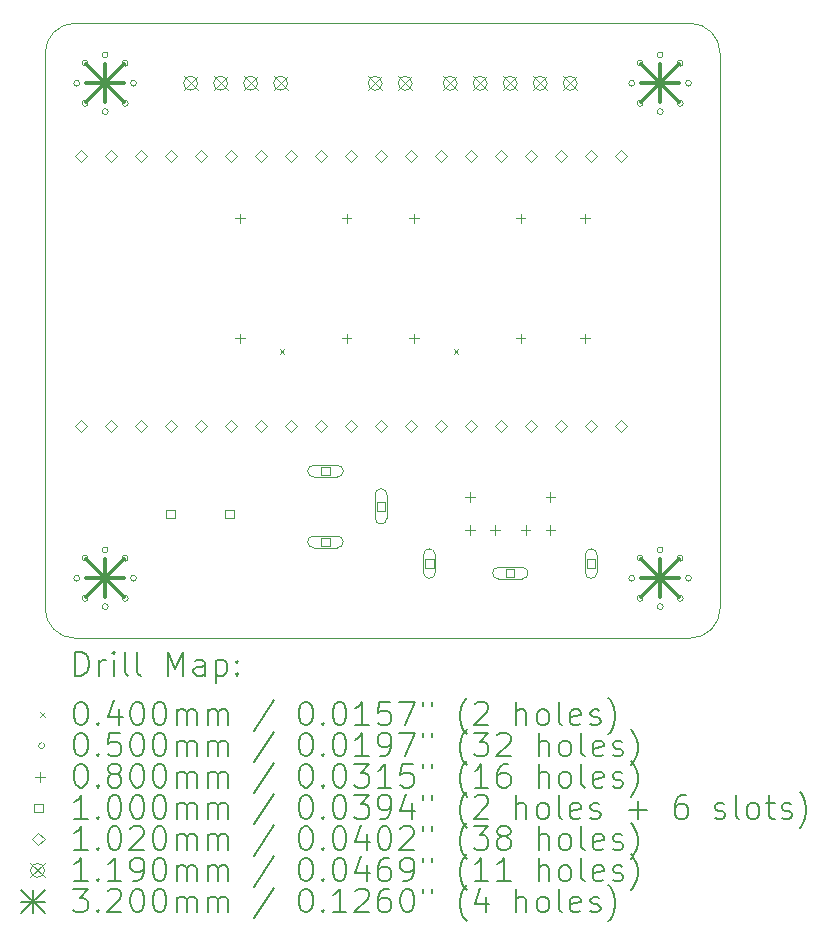
<source format=gbr>
%TF.GenerationSoftware,KiCad,Pcbnew,7.0.10*%
%TF.CreationDate,2026-01-21T09:32:43+08:00*%
%TF.ProjectId,KiCad_Esp32_LotNoDisplay,4b694361-645f-4457-9370-33325f4c6f74,rev?*%
%TF.SameCoordinates,Original*%
%TF.FileFunction,Drillmap*%
%TF.FilePolarity,Positive*%
%FSLAX45Y45*%
G04 Gerber Fmt 4.5, Leading zero omitted, Abs format (unit mm)*
G04 Created by KiCad (PCBNEW 7.0.10) date 2026-01-21 09:32:43*
%MOMM*%
%LPD*%
G01*
G04 APERTURE LIST*
%ADD10C,0.100000*%
%ADD11C,0.200000*%
%ADD12C,0.102000*%
%ADD13C,0.119000*%
%ADD14C,0.320000*%
G04 APERTURE END LIST*
D10*
X2286000Y-2540000D02*
G75*
G03*
X2032000Y-2794000I0J-254000D01*
G01*
X2286000Y-2540000D02*
X7493000Y-2540000D01*
X7493000Y-7747000D02*
G75*
G03*
X7747000Y-7493000I0J254000D01*
G01*
X2032000Y-7493000D02*
G75*
G03*
X2286000Y-7747000I254000J0D01*
G01*
X7493000Y-7747000D02*
X2286000Y-7747000D01*
X2032000Y-7493000D02*
X2032000Y-2794000D01*
X7747000Y-2794000D02*
G75*
G03*
X7493000Y-2540000I-254000J0D01*
G01*
X7747000Y-2794000D02*
X7747000Y-7493000D01*
D11*
D10*
X4018600Y-5301300D02*
X4058600Y-5341300D01*
X4058600Y-5301300D02*
X4018600Y-5341300D01*
X5491800Y-5301300D02*
X5531800Y-5341300D01*
X5531800Y-5301300D02*
X5491800Y-5341300D01*
X2325000Y-3048000D02*
G75*
G03*
X2275000Y-3048000I-25000J0D01*
G01*
X2275000Y-3048000D02*
G75*
G03*
X2325000Y-3048000I25000J0D01*
G01*
X2325000Y-7239000D02*
G75*
G03*
X2275000Y-7239000I-25000J0D01*
G01*
X2275000Y-7239000D02*
G75*
G03*
X2325000Y-7239000I25000J0D01*
G01*
X2395294Y-2878294D02*
G75*
G03*
X2345294Y-2878294I-25000J0D01*
G01*
X2345294Y-2878294D02*
G75*
G03*
X2395294Y-2878294I25000J0D01*
G01*
X2395294Y-3217706D02*
G75*
G03*
X2345294Y-3217706I-25000J0D01*
G01*
X2345294Y-3217706D02*
G75*
G03*
X2395294Y-3217706I25000J0D01*
G01*
X2395294Y-7069294D02*
G75*
G03*
X2345294Y-7069294I-25000J0D01*
G01*
X2345294Y-7069294D02*
G75*
G03*
X2395294Y-7069294I25000J0D01*
G01*
X2395294Y-7408706D02*
G75*
G03*
X2345294Y-7408706I-25000J0D01*
G01*
X2345294Y-7408706D02*
G75*
G03*
X2395294Y-7408706I25000J0D01*
G01*
X2565000Y-2808000D02*
G75*
G03*
X2515000Y-2808000I-25000J0D01*
G01*
X2515000Y-2808000D02*
G75*
G03*
X2565000Y-2808000I25000J0D01*
G01*
X2565000Y-3288000D02*
G75*
G03*
X2515000Y-3288000I-25000J0D01*
G01*
X2515000Y-3288000D02*
G75*
G03*
X2565000Y-3288000I25000J0D01*
G01*
X2565000Y-6999000D02*
G75*
G03*
X2515000Y-6999000I-25000J0D01*
G01*
X2515000Y-6999000D02*
G75*
G03*
X2565000Y-6999000I25000J0D01*
G01*
X2565000Y-7479000D02*
G75*
G03*
X2515000Y-7479000I-25000J0D01*
G01*
X2515000Y-7479000D02*
G75*
G03*
X2565000Y-7479000I25000J0D01*
G01*
X2734706Y-2878294D02*
G75*
G03*
X2684706Y-2878294I-25000J0D01*
G01*
X2684706Y-2878294D02*
G75*
G03*
X2734706Y-2878294I25000J0D01*
G01*
X2734706Y-3217706D02*
G75*
G03*
X2684706Y-3217706I-25000J0D01*
G01*
X2684706Y-3217706D02*
G75*
G03*
X2734706Y-3217706I25000J0D01*
G01*
X2734706Y-7069294D02*
G75*
G03*
X2684706Y-7069294I-25000J0D01*
G01*
X2684706Y-7069294D02*
G75*
G03*
X2734706Y-7069294I25000J0D01*
G01*
X2734706Y-7408706D02*
G75*
G03*
X2684706Y-7408706I-25000J0D01*
G01*
X2684706Y-7408706D02*
G75*
G03*
X2734706Y-7408706I25000J0D01*
G01*
X2805000Y-3048000D02*
G75*
G03*
X2755000Y-3048000I-25000J0D01*
G01*
X2755000Y-3048000D02*
G75*
G03*
X2805000Y-3048000I25000J0D01*
G01*
X2805000Y-7239000D02*
G75*
G03*
X2755000Y-7239000I-25000J0D01*
G01*
X2755000Y-7239000D02*
G75*
G03*
X2805000Y-7239000I25000J0D01*
G01*
X7024000Y-3048000D02*
G75*
G03*
X6974000Y-3048000I-25000J0D01*
G01*
X6974000Y-3048000D02*
G75*
G03*
X7024000Y-3048000I25000J0D01*
G01*
X7024000Y-7239000D02*
G75*
G03*
X6974000Y-7239000I-25000J0D01*
G01*
X6974000Y-7239000D02*
G75*
G03*
X7024000Y-7239000I25000J0D01*
G01*
X7094294Y-2878294D02*
G75*
G03*
X7044294Y-2878294I-25000J0D01*
G01*
X7044294Y-2878294D02*
G75*
G03*
X7094294Y-2878294I25000J0D01*
G01*
X7094294Y-3217706D02*
G75*
G03*
X7044294Y-3217706I-25000J0D01*
G01*
X7044294Y-3217706D02*
G75*
G03*
X7094294Y-3217706I25000J0D01*
G01*
X7094294Y-7069294D02*
G75*
G03*
X7044294Y-7069294I-25000J0D01*
G01*
X7044294Y-7069294D02*
G75*
G03*
X7094294Y-7069294I25000J0D01*
G01*
X7094294Y-7408706D02*
G75*
G03*
X7044294Y-7408706I-25000J0D01*
G01*
X7044294Y-7408706D02*
G75*
G03*
X7094294Y-7408706I25000J0D01*
G01*
X7264000Y-2808000D02*
G75*
G03*
X7214000Y-2808000I-25000J0D01*
G01*
X7214000Y-2808000D02*
G75*
G03*
X7264000Y-2808000I25000J0D01*
G01*
X7264000Y-3288000D02*
G75*
G03*
X7214000Y-3288000I-25000J0D01*
G01*
X7214000Y-3288000D02*
G75*
G03*
X7264000Y-3288000I25000J0D01*
G01*
X7264000Y-6999000D02*
G75*
G03*
X7214000Y-6999000I-25000J0D01*
G01*
X7214000Y-6999000D02*
G75*
G03*
X7264000Y-6999000I25000J0D01*
G01*
X7264000Y-7479000D02*
G75*
G03*
X7214000Y-7479000I-25000J0D01*
G01*
X7214000Y-7479000D02*
G75*
G03*
X7264000Y-7479000I25000J0D01*
G01*
X7433706Y-2878294D02*
G75*
G03*
X7383706Y-2878294I-25000J0D01*
G01*
X7383706Y-2878294D02*
G75*
G03*
X7433706Y-2878294I25000J0D01*
G01*
X7433706Y-3217706D02*
G75*
G03*
X7383706Y-3217706I-25000J0D01*
G01*
X7383706Y-3217706D02*
G75*
G03*
X7433706Y-3217706I25000J0D01*
G01*
X7433706Y-7069294D02*
G75*
G03*
X7383706Y-7069294I-25000J0D01*
G01*
X7383706Y-7069294D02*
G75*
G03*
X7433706Y-7069294I25000J0D01*
G01*
X7433706Y-7408706D02*
G75*
G03*
X7383706Y-7408706I-25000J0D01*
G01*
X7383706Y-7408706D02*
G75*
G03*
X7433706Y-7408706I25000J0D01*
G01*
X7504000Y-3048000D02*
G75*
G03*
X7454000Y-3048000I-25000J0D01*
G01*
X7454000Y-3048000D02*
G75*
G03*
X7504000Y-3048000I25000J0D01*
G01*
X7504000Y-7239000D02*
G75*
G03*
X7454000Y-7239000I-25000J0D01*
G01*
X7454000Y-7239000D02*
G75*
G03*
X7504000Y-7239000I25000J0D01*
G01*
X3683000Y-4151000D02*
X3683000Y-4231000D01*
X3643000Y-4191000D02*
X3723000Y-4191000D01*
X3683000Y-5167000D02*
X3683000Y-5247000D01*
X3643000Y-5207000D02*
X3723000Y-5207000D01*
X4585333Y-4151000D02*
X4585333Y-4231000D01*
X4545333Y-4191000D02*
X4625333Y-4191000D01*
X4585333Y-5167000D02*
X4585333Y-5247000D01*
X4545333Y-5207000D02*
X4625333Y-5207000D01*
X5156833Y-4151000D02*
X5156833Y-4231000D01*
X5116833Y-4191000D02*
X5196833Y-4191000D01*
X5156833Y-5167000D02*
X5156833Y-5247000D01*
X5116833Y-5207000D02*
X5196833Y-5207000D01*
X5630754Y-6510294D02*
X5630754Y-6590294D01*
X5590754Y-6550294D02*
X5670754Y-6550294D01*
X5630754Y-6790294D02*
X5630754Y-6870294D01*
X5590754Y-6830294D02*
X5670754Y-6830294D01*
X5840754Y-6790294D02*
X5840754Y-6870294D01*
X5800754Y-6830294D02*
X5880754Y-6830294D01*
X6059166Y-4151000D02*
X6059166Y-4231000D01*
X6019166Y-4191000D02*
X6099166Y-4191000D01*
X6059166Y-5167000D02*
X6059166Y-5247000D01*
X6019166Y-5207000D02*
X6099166Y-5207000D01*
X6100754Y-6790294D02*
X6100754Y-6870294D01*
X6060754Y-6830294D02*
X6140754Y-6830294D01*
X6310754Y-6510294D02*
X6310754Y-6590294D01*
X6270754Y-6550294D02*
X6350754Y-6550294D01*
X6310754Y-6790294D02*
X6310754Y-6870294D01*
X6270754Y-6830294D02*
X6350754Y-6830294D01*
X6604000Y-4151000D02*
X6604000Y-4231000D01*
X6564000Y-4191000D02*
X6644000Y-4191000D01*
X6604000Y-5167000D02*
X6604000Y-5247000D01*
X6564000Y-5207000D02*
X6644000Y-5207000D01*
X3128148Y-6730860D02*
X3128148Y-6660149D01*
X3057437Y-6660149D01*
X3057437Y-6730860D01*
X3128148Y-6730860D01*
X3628148Y-6730860D02*
X3628148Y-6660149D01*
X3557437Y-6660149D01*
X3557437Y-6730860D01*
X3628148Y-6730860D01*
X4441243Y-6366484D02*
X4441243Y-6295772D01*
X4370531Y-6295772D01*
X4370531Y-6366484D01*
X4441243Y-6366484D01*
X4305887Y-6381128D02*
X4505887Y-6381128D01*
X4505887Y-6381128D02*
G75*
G03*
X4505887Y-6281128I0J50000D01*
G01*
X4505887Y-6281128D02*
X4305887Y-6281128D01*
X4305887Y-6281128D02*
G75*
G03*
X4305887Y-6381128I0J-50000D01*
G01*
X4441243Y-6966484D02*
X4441243Y-6895772D01*
X4370531Y-6895772D01*
X4370531Y-6966484D01*
X4441243Y-6966484D01*
X4305887Y-6981128D02*
X4505887Y-6981128D01*
X4505887Y-6981128D02*
G75*
G03*
X4505887Y-6881128I0J50000D01*
G01*
X4505887Y-6881128D02*
X4305887Y-6881128D01*
X4305887Y-6881128D02*
G75*
G03*
X4305887Y-6981128I0J-50000D01*
G01*
X4911243Y-6666484D02*
X4911243Y-6595772D01*
X4840531Y-6595772D01*
X4840531Y-6666484D01*
X4911243Y-6666484D01*
X4925887Y-6731128D02*
X4925887Y-6531128D01*
X4925887Y-6531128D02*
G75*
G03*
X4825887Y-6531128I-50000J0D01*
G01*
X4825887Y-6531128D02*
X4825887Y-6731128D01*
X4825887Y-6731128D02*
G75*
G03*
X4925887Y-6731128I50000J0D01*
G01*
X5321110Y-7150650D02*
X5321110Y-7079938D01*
X5250398Y-7079938D01*
X5250398Y-7150650D01*
X5321110Y-7150650D01*
X5235754Y-7040294D02*
X5235754Y-7190294D01*
X5235754Y-7190294D02*
G75*
G03*
X5335754Y-7190294I50000J0D01*
G01*
X5335754Y-7190294D02*
X5335754Y-7040294D01*
X5335754Y-7040294D02*
G75*
G03*
X5235754Y-7040294I-50000J0D01*
G01*
X6006110Y-7230650D02*
X6006110Y-7159938D01*
X5935398Y-7159938D01*
X5935398Y-7230650D01*
X6006110Y-7230650D01*
X5870754Y-7245294D02*
X6070754Y-7245294D01*
X6070754Y-7245294D02*
G75*
G03*
X6070754Y-7145294I0J50000D01*
G01*
X6070754Y-7145294D02*
X5870754Y-7145294D01*
X5870754Y-7145294D02*
G75*
G03*
X5870754Y-7245294I0J-50000D01*
G01*
X6691110Y-7150650D02*
X6691110Y-7079938D01*
X6620398Y-7079938D01*
X6620398Y-7150650D01*
X6691110Y-7150650D01*
X6605754Y-7040294D02*
X6605754Y-7190294D01*
X6605754Y-7190294D02*
G75*
G03*
X6705754Y-7190294I50000J0D01*
G01*
X6705754Y-7190294D02*
X6705754Y-7040294D01*
X6705754Y-7040294D02*
G75*
G03*
X6605754Y-7040294I-50000J0D01*
G01*
D12*
X2335548Y-3716881D02*
X2386548Y-3665881D01*
X2335548Y-3614881D01*
X2284548Y-3665881D01*
X2335548Y-3716881D01*
X2336548Y-6002881D02*
X2387548Y-5951881D01*
X2336548Y-5900881D01*
X2285548Y-5951881D01*
X2336548Y-6002881D01*
X2589548Y-3716881D02*
X2640548Y-3665881D01*
X2589548Y-3614881D01*
X2538548Y-3665881D01*
X2589548Y-3716881D01*
X2590548Y-6002881D02*
X2641548Y-5951881D01*
X2590548Y-5900881D01*
X2539548Y-5951881D01*
X2590548Y-6002881D01*
X2843547Y-3716881D02*
X2894547Y-3665881D01*
X2843547Y-3614881D01*
X2792548Y-3665881D01*
X2843547Y-3716881D01*
X2844547Y-6002881D02*
X2895547Y-5951881D01*
X2844547Y-5900881D01*
X2793548Y-5951881D01*
X2844547Y-6002881D01*
X3097547Y-3716881D02*
X3148547Y-3665881D01*
X3097547Y-3614881D01*
X3046547Y-3665881D01*
X3097547Y-3716881D01*
X3098547Y-6002881D02*
X3149547Y-5951881D01*
X3098547Y-5900881D01*
X3047547Y-5951881D01*
X3098547Y-6002881D01*
X3351547Y-3716881D02*
X3402547Y-3665881D01*
X3351547Y-3614881D01*
X3300547Y-3665881D01*
X3351547Y-3716881D01*
X3352547Y-6002881D02*
X3403547Y-5951881D01*
X3352547Y-5900881D01*
X3301547Y-5951881D01*
X3352547Y-6002881D01*
X3605547Y-3716881D02*
X3656547Y-3665881D01*
X3605547Y-3614881D01*
X3554547Y-3665881D01*
X3605547Y-3716881D01*
X3606547Y-6002881D02*
X3657547Y-5951881D01*
X3606547Y-5900881D01*
X3555547Y-5951881D01*
X3606547Y-6002881D01*
X3859547Y-3716881D02*
X3910547Y-3665881D01*
X3859547Y-3614881D01*
X3808547Y-3665881D01*
X3859547Y-3716881D01*
X3860547Y-6002881D02*
X3911547Y-5951881D01*
X3860547Y-5900881D01*
X3809547Y-5951881D01*
X3860547Y-6002881D01*
X4113547Y-3716881D02*
X4164547Y-3665881D01*
X4113547Y-3614881D01*
X4062547Y-3665881D01*
X4113547Y-3716881D01*
X4114547Y-6002881D02*
X4165547Y-5951881D01*
X4114547Y-5900881D01*
X4063547Y-5951881D01*
X4114547Y-6002881D01*
X4367548Y-3716881D02*
X4418548Y-3665881D01*
X4367548Y-3614881D01*
X4316548Y-3665881D01*
X4367548Y-3716881D01*
X4368548Y-6002881D02*
X4419548Y-5951881D01*
X4368548Y-5900881D01*
X4317548Y-5951881D01*
X4368548Y-6002881D01*
X4621548Y-3716881D02*
X4672548Y-3665881D01*
X4621548Y-3614881D01*
X4570548Y-3665881D01*
X4621548Y-3716881D01*
X4622548Y-6002881D02*
X4673548Y-5951881D01*
X4622548Y-5900881D01*
X4571548Y-5951881D01*
X4622548Y-6002881D01*
X4875548Y-3716881D02*
X4926548Y-3665881D01*
X4875548Y-3614881D01*
X4824548Y-3665881D01*
X4875548Y-3716881D01*
X4876548Y-6002881D02*
X4927548Y-5951881D01*
X4876548Y-5900881D01*
X4825548Y-5951881D01*
X4876548Y-6002881D01*
X5129548Y-3716881D02*
X5180548Y-3665881D01*
X5129548Y-3614881D01*
X5078548Y-3665881D01*
X5129548Y-3716881D01*
X5130548Y-6002881D02*
X5181548Y-5951881D01*
X5130548Y-5900881D01*
X5079548Y-5951881D01*
X5130548Y-6002881D01*
X5383548Y-3716881D02*
X5434548Y-3665881D01*
X5383548Y-3614881D01*
X5332548Y-3665881D01*
X5383548Y-3716881D01*
X5384548Y-6002881D02*
X5435548Y-5951881D01*
X5384548Y-5900881D01*
X5333548Y-5951881D01*
X5384548Y-6002881D01*
X5637547Y-3716881D02*
X5688547Y-3665881D01*
X5637547Y-3614881D01*
X5586548Y-3665881D01*
X5637547Y-3716881D01*
X5638547Y-6002881D02*
X5689547Y-5951881D01*
X5638547Y-5900881D01*
X5587548Y-5951881D01*
X5638547Y-6002881D01*
X5891547Y-3716881D02*
X5942547Y-3665881D01*
X5891547Y-3614881D01*
X5840547Y-3665881D01*
X5891547Y-3716881D01*
X5892547Y-6002881D02*
X5943547Y-5951881D01*
X5892547Y-5900881D01*
X5841547Y-5951881D01*
X5892547Y-6002881D01*
X6145547Y-3716881D02*
X6196547Y-3665881D01*
X6145547Y-3614881D01*
X6094547Y-3665881D01*
X6145547Y-3716881D01*
X6146547Y-6002881D02*
X6197547Y-5951881D01*
X6146547Y-5900881D01*
X6095547Y-5951881D01*
X6146547Y-6002881D01*
X6399547Y-3716881D02*
X6450547Y-3665881D01*
X6399547Y-3614881D01*
X6348547Y-3665881D01*
X6399547Y-3716881D01*
X6400547Y-6002881D02*
X6451547Y-5951881D01*
X6400547Y-5900881D01*
X6349547Y-5951881D01*
X6400547Y-6002881D01*
X6653547Y-3716881D02*
X6704547Y-3665881D01*
X6653547Y-3614881D01*
X6602547Y-3665881D01*
X6653547Y-3716881D01*
X6654547Y-6002881D02*
X6705547Y-5951881D01*
X6654547Y-5900881D01*
X6603547Y-5951881D01*
X6654547Y-6002881D01*
X6907547Y-3716881D02*
X6958547Y-3665881D01*
X6907547Y-3614881D01*
X6856547Y-3665881D01*
X6907547Y-3716881D01*
X6908547Y-6002881D02*
X6959547Y-5951881D01*
X6908547Y-5900881D01*
X6857547Y-5951881D01*
X6908547Y-6002881D01*
D13*
X3204400Y-2988500D02*
X3323400Y-3107500D01*
X3323400Y-2988500D02*
X3204400Y-3107500D01*
X3323400Y-3048000D02*
G75*
G03*
X3204400Y-3048000I-59500J0D01*
G01*
X3204400Y-3048000D02*
G75*
G03*
X3323400Y-3048000I59500J0D01*
G01*
X3458400Y-2988500D02*
X3577400Y-3107500D01*
X3577400Y-2988500D02*
X3458400Y-3107500D01*
X3577400Y-3048000D02*
G75*
G03*
X3458400Y-3048000I-59500J0D01*
G01*
X3458400Y-3048000D02*
G75*
G03*
X3577400Y-3048000I59500J0D01*
G01*
X3712400Y-2988500D02*
X3831400Y-3107500D01*
X3831400Y-2988500D02*
X3712400Y-3107500D01*
X3831400Y-3048000D02*
G75*
G03*
X3712400Y-3048000I-59500J0D01*
G01*
X3712400Y-3048000D02*
G75*
G03*
X3831400Y-3048000I59500J0D01*
G01*
X3966400Y-2988500D02*
X4085400Y-3107500D01*
X4085400Y-2988500D02*
X3966400Y-3107500D01*
X4085400Y-3048000D02*
G75*
G03*
X3966400Y-3048000I-59500J0D01*
G01*
X3966400Y-3048000D02*
G75*
G03*
X4085400Y-3048000I59500J0D01*
G01*
X4766500Y-2988500D02*
X4885500Y-3107500D01*
X4885500Y-2988500D02*
X4766500Y-3107500D01*
X4885500Y-3048000D02*
G75*
G03*
X4766500Y-3048000I-59500J0D01*
G01*
X4766500Y-3048000D02*
G75*
G03*
X4885500Y-3048000I59500J0D01*
G01*
X5020500Y-2988500D02*
X5139500Y-3107500D01*
X5139500Y-2988500D02*
X5020500Y-3107500D01*
X5139500Y-3048000D02*
G75*
G03*
X5020500Y-3048000I-59500J0D01*
G01*
X5020500Y-3048000D02*
G75*
G03*
X5139500Y-3048000I59500J0D01*
G01*
X5401500Y-2988500D02*
X5520500Y-3107500D01*
X5520500Y-2988500D02*
X5401500Y-3107500D01*
X5520500Y-3048000D02*
G75*
G03*
X5401500Y-3048000I-59500J0D01*
G01*
X5401500Y-3048000D02*
G75*
G03*
X5520500Y-3048000I59500J0D01*
G01*
X5655500Y-2988500D02*
X5774500Y-3107500D01*
X5774500Y-2988500D02*
X5655500Y-3107500D01*
X5774500Y-3048000D02*
G75*
G03*
X5655500Y-3048000I-59500J0D01*
G01*
X5655500Y-3048000D02*
G75*
G03*
X5774500Y-3048000I59500J0D01*
G01*
X5909500Y-2988500D02*
X6028500Y-3107500D01*
X6028500Y-2988500D02*
X5909500Y-3107500D01*
X6028500Y-3048000D02*
G75*
G03*
X5909500Y-3048000I-59500J0D01*
G01*
X5909500Y-3048000D02*
G75*
G03*
X6028500Y-3048000I59500J0D01*
G01*
X6163500Y-2988500D02*
X6282500Y-3107500D01*
X6282500Y-2988500D02*
X6163500Y-3107500D01*
X6282500Y-3048000D02*
G75*
G03*
X6163500Y-3048000I-59500J0D01*
G01*
X6163500Y-3048000D02*
G75*
G03*
X6282500Y-3048000I59500J0D01*
G01*
X6417500Y-2988500D02*
X6536500Y-3107500D01*
X6536500Y-2988500D02*
X6417500Y-3107500D01*
X6536500Y-3048000D02*
G75*
G03*
X6417500Y-3048000I-59500J0D01*
G01*
X6417500Y-3048000D02*
G75*
G03*
X6536500Y-3048000I59500J0D01*
G01*
D14*
X2380000Y-2888000D02*
X2700000Y-3208000D01*
X2700000Y-2888000D02*
X2380000Y-3208000D01*
X2540000Y-2888000D02*
X2540000Y-3208000D01*
X2380000Y-3048000D02*
X2700000Y-3048000D01*
X2380000Y-7079000D02*
X2700000Y-7399000D01*
X2700000Y-7079000D02*
X2380000Y-7399000D01*
X2540000Y-7079000D02*
X2540000Y-7399000D01*
X2380000Y-7239000D02*
X2700000Y-7239000D01*
X7079000Y-2888000D02*
X7399000Y-3208000D01*
X7399000Y-2888000D02*
X7079000Y-3208000D01*
X7239000Y-2888000D02*
X7239000Y-3208000D01*
X7079000Y-3048000D02*
X7399000Y-3048000D01*
X7079000Y-7079000D02*
X7399000Y-7399000D01*
X7399000Y-7079000D02*
X7079000Y-7399000D01*
X7239000Y-7079000D02*
X7239000Y-7399000D01*
X7079000Y-7239000D02*
X7399000Y-7239000D01*
D11*
X2287777Y-8063484D02*
X2287777Y-7863484D01*
X2287777Y-7863484D02*
X2335396Y-7863484D01*
X2335396Y-7863484D02*
X2363967Y-7873008D01*
X2363967Y-7873008D02*
X2383015Y-7892055D01*
X2383015Y-7892055D02*
X2392539Y-7911103D01*
X2392539Y-7911103D02*
X2402063Y-7949198D01*
X2402063Y-7949198D02*
X2402063Y-7977769D01*
X2402063Y-7977769D02*
X2392539Y-8015865D01*
X2392539Y-8015865D02*
X2383015Y-8034912D01*
X2383015Y-8034912D02*
X2363967Y-8053960D01*
X2363967Y-8053960D02*
X2335396Y-8063484D01*
X2335396Y-8063484D02*
X2287777Y-8063484D01*
X2487777Y-8063484D02*
X2487777Y-7930150D01*
X2487777Y-7968246D02*
X2497301Y-7949198D01*
X2497301Y-7949198D02*
X2506824Y-7939674D01*
X2506824Y-7939674D02*
X2525872Y-7930150D01*
X2525872Y-7930150D02*
X2544920Y-7930150D01*
X2611586Y-8063484D02*
X2611586Y-7930150D01*
X2611586Y-7863484D02*
X2602063Y-7873008D01*
X2602063Y-7873008D02*
X2611586Y-7882531D01*
X2611586Y-7882531D02*
X2621110Y-7873008D01*
X2621110Y-7873008D02*
X2611586Y-7863484D01*
X2611586Y-7863484D02*
X2611586Y-7882531D01*
X2735396Y-8063484D02*
X2716348Y-8053960D01*
X2716348Y-8053960D02*
X2706824Y-8034912D01*
X2706824Y-8034912D02*
X2706824Y-7863484D01*
X2840158Y-8063484D02*
X2821110Y-8053960D01*
X2821110Y-8053960D02*
X2811586Y-8034912D01*
X2811586Y-8034912D02*
X2811586Y-7863484D01*
X3068729Y-8063484D02*
X3068729Y-7863484D01*
X3068729Y-7863484D02*
X3135396Y-8006341D01*
X3135396Y-8006341D02*
X3202062Y-7863484D01*
X3202062Y-7863484D02*
X3202062Y-8063484D01*
X3383015Y-8063484D02*
X3383015Y-7958722D01*
X3383015Y-7958722D02*
X3373491Y-7939674D01*
X3373491Y-7939674D02*
X3354443Y-7930150D01*
X3354443Y-7930150D02*
X3316348Y-7930150D01*
X3316348Y-7930150D02*
X3297301Y-7939674D01*
X3383015Y-8053960D02*
X3363967Y-8063484D01*
X3363967Y-8063484D02*
X3316348Y-8063484D01*
X3316348Y-8063484D02*
X3297301Y-8053960D01*
X3297301Y-8053960D02*
X3287777Y-8034912D01*
X3287777Y-8034912D02*
X3287777Y-8015865D01*
X3287777Y-8015865D02*
X3297301Y-7996817D01*
X3297301Y-7996817D02*
X3316348Y-7987293D01*
X3316348Y-7987293D02*
X3363967Y-7987293D01*
X3363967Y-7987293D02*
X3383015Y-7977769D01*
X3478253Y-7930150D02*
X3478253Y-8130150D01*
X3478253Y-7939674D02*
X3497301Y-7930150D01*
X3497301Y-7930150D02*
X3535396Y-7930150D01*
X3535396Y-7930150D02*
X3554443Y-7939674D01*
X3554443Y-7939674D02*
X3563967Y-7949198D01*
X3563967Y-7949198D02*
X3573491Y-7968246D01*
X3573491Y-7968246D02*
X3573491Y-8025388D01*
X3573491Y-8025388D02*
X3563967Y-8044436D01*
X3563967Y-8044436D02*
X3554443Y-8053960D01*
X3554443Y-8053960D02*
X3535396Y-8063484D01*
X3535396Y-8063484D02*
X3497301Y-8063484D01*
X3497301Y-8063484D02*
X3478253Y-8053960D01*
X3659205Y-8044436D02*
X3668729Y-8053960D01*
X3668729Y-8053960D02*
X3659205Y-8063484D01*
X3659205Y-8063484D02*
X3649682Y-8053960D01*
X3649682Y-8053960D02*
X3659205Y-8044436D01*
X3659205Y-8044436D02*
X3659205Y-8063484D01*
X3659205Y-7939674D02*
X3668729Y-7949198D01*
X3668729Y-7949198D02*
X3659205Y-7958722D01*
X3659205Y-7958722D02*
X3649682Y-7949198D01*
X3649682Y-7949198D02*
X3659205Y-7939674D01*
X3659205Y-7939674D02*
X3659205Y-7958722D01*
D10*
X1987000Y-8372000D02*
X2027000Y-8412000D01*
X2027000Y-8372000D02*
X1987000Y-8412000D01*
D11*
X2325872Y-8283484D02*
X2344920Y-8283484D01*
X2344920Y-8283484D02*
X2363967Y-8293008D01*
X2363967Y-8293008D02*
X2373491Y-8302531D01*
X2373491Y-8302531D02*
X2383015Y-8321579D01*
X2383015Y-8321579D02*
X2392539Y-8359674D01*
X2392539Y-8359674D02*
X2392539Y-8407293D01*
X2392539Y-8407293D02*
X2383015Y-8445389D01*
X2383015Y-8445389D02*
X2373491Y-8464436D01*
X2373491Y-8464436D02*
X2363967Y-8473960D01*
X2363967Y-8473960D02*
X2344920Y-8483484D01*
X2344920Y-8483484D02*
X2325872Y-8483484D01*
X2325872Y-8483484D02*
X2306824Y-8473960D01*
X2306824Y-8473960D02*
X2297301Y-8464436D01*
X2297301Y-8464436D02*
X2287777Y-8445389D01*
X2287777Y-8445389D02*
X2278253Y-8407293D01*
X2278253Y-8407293D02*
X2278253Y-8359674D01*
X2278253Y-8359674D02*
X2287777Y-8321579D01*
X2287777Y-8321579D02*
X2297301Y-8302531D01*
X2297301Y-8302531D02*
X2306824Y-8293008D01*
X2306824Y-8293008D02*
X2325872Y-8283484D01*
X2478253Y-8464436D02*
X2487777Y-8473960D01*
X2487777Y-8473960D02*
X2478253Y-8483484D01*
X2478253Y-8483484D02*
X2468729Y-8473960D01*
X2468729Y-8473960D02*
X2478253Y-8464436D01*
X2478253Y-8464436D02*
X2478253Y-8483484D01*
X2659205Y-8350150D02*
X2659205Y-8483484D01*
X2611586Y-8273960D02*
X2563967Y-8416817D01*
X2563967Y-8416817D02*
X2687777Y-8416817D01*
X2802062Y-8283484D02*
X2821110Y-8283484D01*
X2821110Y-8283484D02*
X2840158Y-8293008D01*
X2840158Y-8293008D02*
X2849682Y-8302531D01*
X2849682Y-8302531D02*
X2859205Y-8321579D01*
X2859205Y-8321579D02*
X2868729Y-8359674D01*
X2868729Y-8359674D02*
X2868729Y-8407293D01*
X2868729Y-8407293D02*
X2859205Y-8445389D01*
X2859205Y-8445389D02*
X2849682Y-8464436D01*
X2849682Y-8464436D02*
X2840158Y-8473960D01*
X2840158Y-8473960D02*
X2821110Y-8483484D01*
X2821110Y-8483484D02*
X2802062Y-8483484D01*
X2802062Y-8483484D02*
X2783015Y-8473960D01*
X2783015Y-8473960D02*
X2773491Y-8464436D01*
X2773491Y-8464436D02*
X2763967Y-8445389D01*
X2763967Y-8445389D02*
X2754444Y-8407293D01*
X2754444Y-8407293D02*
X2754444Y-8359674D01*
X2754444Y-8359674D02*
X2763967Y-8321579D01*
X2763967Y-8321579D02*
X2773491Y-8302531D01*
X2773491Y-8302531D02*
X2783015Y-8293008D01*
X2783015Y-8293008D02*
X2802062Y-8283484D01*
X2992539Y-8283484D02*
X3011586Y-8283484D01*
X3011586Y-8283484D02*
X3030634Y-8293008D01*
X3030634Y-8293008D02*
X3040158Y-8302531D01*
X3040158Y-8302531D02*
X3049682Y-8321579D01*
X3049682Y-8321579D02*
X3059205Y-8359674D01*
X3059205Y-8359674D02*
X3059205Y-8407293D01*
X3059205Y-8407293D02*
X3049682Y-8445389D01*
X3049682Y-8445389D02*
X3040158Y-8464436D01*
X3040158Y-8464436D02*
X3030634Y-8473960D01*
X3030634Y-8473960D02*
X3011586Y-8483484D01*
X3011586Y-8483484D02*
X2992539Y-8483484D01*
X2992539Y-8483484D02*
X2973491Y-8473960D01*
X2973491Y-8473960D02*
X2963967Y-8464436D01*
X2963967Y-8464436D02*
X2954443Y-8445389D01*
X2954443Y-8445389D02*
X2944920Y-8407293D01*
X2944920Y-8407293D02*
X2944920Y-8359674D01*
X2944920Y-8359674D02*
X2954443Y-8321579D01*
X2954443Y-8321579D02*
X2963967Y-8302531D01*
X2963967Y-8302531D02*
X2973491Y-8293008D01*
X2973491Y-8293008D02*
X2992539Y-8283484D01*
X3144920Y-8483484D02*
X3144920Y-8350150D01*
X3144920Y-8369198D02*
X3154443Y-8359674D01*
X3154443Y-8359674D02*
X3173491Y-8350150D01*
X3173491Y-8350150D02*
X3202063Y-8350150D01*
X3202063Y-8350150D02*
X3221110Y-8359674D01*
X3221110Y-8359674D02*
X3230634Y-8378722D01*
X3230634Y-8378722D02*
X3230634Y-8483484D01*
X3230634Y-8378722D02*
X3240158Y-8359674D01*
X3240158Y-8359674D02*
X3259205Y-8350150D01*
X3259205Y-8350150D02*
X3287777Y-8350150D01*
X3287777Y-8350150D02*
X3306824Y-8359674D01*
X3306824Y-8359674D02*
X3316348Y-8378722D01*
X3316348Y-8378722D02*
X3316348Y-8483484D01*
X3411586Y-8483484D02*
X3411586Y-8350150D01*
X3411586Y-8369198D02*
X3421110Y-8359674D01*
X3421110Y-8359674D02*
X3440158Y-8350150D01*
X3440158Y-8350150D02*
X3468729Y-8350150D01*
X3468729Y-8350150D02*
X3487777Y-8359674D01*
X3487777Y-8359674D02*
X3497301Y-8378722D01*
X3497301Y-8378722D02*
X3497301Y-8483484D01*
X3497301Y-8378722D02*
X3506824Y-8359674D01*
X3506824Y-8359674D02*
X3525872Y-8350150D01*
X3525872Y-8350150D02*
X3554443Y-8350150D01*
X3554443Y-8350150D02*
X3573491Y-8359674D01*
X3573491Y-8359674D02*
X3583015Y-8378722D01*
X3583015Y-8378722D02*
X3583015Y-8483484D01*
X3973491Y-8273960D02*
X3802063Y-8531103D01*
X4230634Y-8283484D02*
X4249682Y-8283484D01*
X4249682Y-8283484D02*
X4268729Y-8293008D01*
X4268729Y-8293008D02*
X4278253Y-8302531D01*
X4278253Y-8302531D02*
X4287777Y-8321579D01*
X4287777Y-8321579D02*
X4297301Y-8359674D01*
X4297301Y-8359674D02*
X4297301Y-8407293D01*
X4297301Y-8407293D02*
X4287777Y-8445389D01*
X4287777Y-8445389D02*
X4278253Y-8464436D01*
X4278253Y-8464436D02*
X4268729Y-8473960D01*
X4268729Y-8473960D02*
X4249682Y-8483484D01*
X4249682Y-8483484D02*
X4230634Y-8483484D01*
X4230634Y-8483484D02*
X4211587Y-8473960D01*
X4211587Y-8473960D02*
X4202063Y-8464436D01*
X4202063Y-8464436D02*
X4192539Y-8445389D01*
X4192539Y-8445389D02*
X4183015Y-8407293D01*
X4183015Y-8407293D02*
X4183015Y-8359674D01*
X4183015Y-8359674D02*
X4192539Y-8321579D01*
X4192539Y-8321579D02*
X4202063Y-8302531D01*
X4202063Y-8302531D02*
X4211587Y-8293008D01*
X4211587Y-8293008D02*
X4230634Y-8283484D01*
X4383015Y-8464436D02*
X4392539Y-8473960D01*
X4392539Y-8473960D02*
X4383015Y-8483484D01*
X4383015Y-8483484D02*
X4373491Y-8473960D01*
X4373491Y-8473960D02*
X4383015Y-8464436D01*
X4383015Y-8464436D02*
X4383015Y-8483484D01*
X4516348Y-8283484D02*
X4535396Y-8283484D01*
X4535396Y-8283484D02*
X4554444Y-8293008D01*
X4554444Y-8293008D02*
X4563968Y-8302531D01*
X4563968Y-8302531D02*
X4573491Y-8321579D01*
X4573491Y-8321579D02*
X4583015Y-8359674D01*
X4583015Y-8359674D02*
X4583015Y-8407293D01*
X4583015Y-8407293D02*
X4573491Y-8445389D01*
X4573491Y-8445389D02*
X4563968Y-8464436D01*
X4563968Y-8464436D02*
X4554444Y-8473960D01*
X4554444Y-8473960D02*
X4535396Y-8483484D01*
X4535396Y-8483484D02*
X4516348Y-8483484D01*
X4516348Y-8483484D02*
X4497301Y-8473960D01*
X4497301Y-8473960D02*
X4487777Y-8464436D01*
X4487777Y-8464436D02*
X4478253Y-8445389D01*
X4478253Y-8445389D02*
X4468729Y-8407293D01*
X4468729Y-8407293D02*
X4468729Y-8359674D01*
X4468729Y-8359674D02*
X4478253Y-8321579D01*
X4478253Y-8321579D02*
X4487777Y-8302531D01*
X4487777Y-8302531D02*
X4497301Y-8293008D01*
X4497301Y-8293008D02*
X4516348Y-8283484D01*
X4773491Y-8483484D02*
X4659206Y-8483484D01*
X4716348Y-8483484D02*
X4716348Y-8283484D01*
X4716348Y-8283484D02*
X4697301Y-8312055D01*
X4697301Y-8312055D02*
X4678253Y-8331103D01*
X4678253Y-8331103D02*
X4659206Y-8340627D01*
X4954444Y-8283484D02*
X4859206Y-8283484D01*
X4859206Y-8283484D02*
X4849682Y-8378722D01*
X4849682Y-8378722D02*
X4859206Y-8369198D01*
X4859206Y-8369198D02*
X4878253Y-8359674D01*
X4878253Y-8359674D02*
X4925872Y-8359674D01*
X4925872Y-8359674D02*
X4944920Y-8369198D01*
X4944920Y-8369198D02*
X4954444Y-8378722D01*
X4954444Y-8378722D02*
X4963968Y-8397770D01*
X4963968Y-8397770D02*
X4963968Y-8445389D01*
X4963968Y-8445389D02*
X4954444Y-8464436D01*
X4954444Y-8464436D02*
X4944920Y-8473960D01*
X4944920Y-8473960D02*
X4925872Y-8483484D01*
X4925872Y-8483484D02*
X4878253Y-8483484D01*
X4878253Y-8483484D02*
X4859206Y-8473960D01*
X4859206Y-8473960D02*
X4849682Y-8464436D01*
X5030634Y-8283484D02*
X5163968Y-8283484D01*
X5163968Y-8283484D02*
X5078253Y-8483484D01*
X5230634Y-8283484D02*
X5230634Y-8321579D01*
X5306825Y-8283484D02*
X5306825Y-8321579D01*
X5602063Y-8559674D02*
X5592539Y-8550150D01*
X5592539Y-8550150D02*
X5573491Y-8521579D01*
X5573491Y-8521579D02*
X5563968Y-8502531D01*
X5563968Y-8502531D02*
X5554444Y-8473960D01*
X5554444Y-8473960D02*
X5544920Y-8426341D01*
X5544920Y-8426341D02*
X5544920Y-8388246D01*
X5544920Y-8388246D02*
X5554444Y-8340627D01*
X5554444Y-8340627D02*
X5563968Y-8312055D01*
X5563968Y-8312055D02*
X5573491Y-8293008D01*
X5573491Y-8293008D02*
X5592539Y-8264436D01*
X5592539Y-8264436D02*
X5602063Y-8254912D01*
X5668729Y-8302531D02*
X5678253Y-8293008D01*
X5678253Y-8293008D02*
X5697301Y-8283484D01*
X5697301Y-8283484D02*
X5744920Y-8283484D01*
X5744920Y-8283484D02*
X5763968Y-8293008D01*
X5763968Y-8293008D02*
X5773491Y-8302531D01*
X5773491Y-8302531D02*
X5783015Y-8321579D01*
X5783015Y-8321579D02*
X5783015Y-8340627D01*
X5783015Y-8340627D02*
X5773491Y-8369198D01*
X5773491Y-8369198D02*
X5659206Y-8483484D01*
X5659206Y-8483484D02*
X5783015Y-8483484D01*
X6021110Y-8483484D02*
X6021110Y-8283484D01*
X6106825Y-8483484D02*
X6106825Y-8378722D01*
X6106825Y-8378722D02*
X6097301Y-8359674D01*
X6097301Y-8359674D02*
X6078253Y-8350150D01*
X6078253Y-8350150D02*
X6049682Y-8350150D01*
X6049682Y-8350150D02*
X6030634Y-8359674D01*
X6030634Y-8359674D02*
X6021110Y-8369198D01*
X6230634Y-8483484D02*
X6211587Y-8473960D01*
X6211587Y-8473960D02*
X6202063Y-8464436D01*
X6202063Y-8464436D02*
X6192539Y-8445389D01*
X6192539Y-8445389D02*
X6192539Y-8388246D01*
X6192539Y-8388246D02*
X6202063Y-8369198D01*
X6202063Y-8369198D02*
X6211587Y-8359674D01*
X6211587Y-8359674D02*
X6230634Y-8350150D01*
X6230634Y-8350150D02*
X6259206Y-8350150D01*
X6259206Y-8350150D02*
X6278253Y-8359674D01*
X6278253Y-8359674D02*
X6287777Y-8369198D01*
X6287777Y-8369198D02*
X6297301Y-8388246D01*
X6297301Y-8388246D02*
X6297301Y-8445389D01*
X6297301Y-8445389D02*
X6287777Y-8464436D01*
X6287777Y-8464436D02*
X6278253Y-8473960D01*
X6278253Y-8473960D02*
X6259206Y-8483484D01*
X6259206Y-8483484D02*
X6230634Y-8483484D01*
X6411587Y-8483484D02*
X6392539Y-8473960D01*
X6392539Y-8473960D02*
X6383015Y-8454912D01*
X6383015Y-8454912D02*
X6383015Y-8283484D01*
X6563968Y-8473960D02*
X6544920Y-8483484D01*
X6544920Y-8483484D02*
X6506825Y-8483484D01*
X6506825Y-8483484D02*
X6487777Y-8473960D01*
X6487777Y-8473960D02*
X6478253Y-8454912D01*
X6478253Y-8454912D02*
X6478253Y-8378722D01*
X6478253Y-8378722D02*
X6487777Y-8359674D01*
X6487777Y-8359674D02*
X6506825Y-8350150D01*
X6506825Y-8350150D02*
X6544920Y-8350150D01*
X6544920Y-8350150D02*
X6563968Y-8359674D01*
X6563968Y-8359674D02*
X6573491Y-8378722D01*
X6573491Y-8378722D02*
X6573491Y-8397770D01*
X6573491Y-8397770D02*
X6478253Y-8416817D01*
X6649682Y-8473960D02*
X6668730Y-8483484D01*
X6668730Y-8483484D02*
X6706825Y-8483484D01*
X6706825Y-8483484D02*
X6725872Y-8473960D01*
X6725872Y-8473960D02*
X6735396Y-8454912D01*
X6735396Y-8454912D02*
X6735396Y-8445389D01*
X6735396Y-8445389D02*
X6725872Y-8426341D01*
X6725872Y-8426341D02*
X6706825Y-8416817D01*
X6706825Y-8416817D02*
X6678253Y-8416817D01*
X6678253Y-8416817D02*
X6659206Y-8407293D01*
X6659206Y-8407293D02*
X6649682Y-8388246D01*
X6649682Y-8388246D02*
X6649682Y-8378722D01*
X6649682Y-8378722D02*
X6659206Y-8359674D01*
X6659206Y-8359674D02*
X6678253Y-8350150D01*
X6678253Y-8350150D02*
X6706825Y-8350150D01*
X6706825Y-8350150D02*
X6725872Y-8359674D01*
X6802063Y-8559674D02*
X6811587Y-8550150D01*
X6811587Y-8550150D02*
X6830634Y-8521579D01*
X6830634Y-8521579D02*
X6840158Y-8502531D01*
X6840158Y-8502531D02*
X6849682Y-8473960D01*
X6849682Y-8473960D02*
X6859206Y-8426341D01*
X6859206Y-8426341D02*
X6859206Y-8388246D01*
X6859206Y-8388246D02*
X6849682Y-8340627D01*
X6849682Y-8340627D02*
X6840158Y-8312055D01*
X6840158Y-8312055D02*
X6830634Y-8293008D01*
X6830634Y-8293008D02*
X6811587Y-8264436D01*
X6811587Y-8264436D02*
X6802063Y-8254912D01*
D10*
X2027000Y-8656000D02*
G75*
G03*
X1977000Y-8656000I-25000J0D01*
G01*
X1977000Y-8656000D02*
G75*
G03*
X2027000Y-8656000I25000J0D01*
G01*
D11*
X2325872Y-8547484D02*
X2344920Y-8547484D01*
X2344920Y-8547484D02*
X2363967Y-8557008D01*
X2363967Y-8557008D02*
X2373491Y-8566531D01*
X2373491Y-8566531D02*
X2383015Y-8585579D01*
X2383015Y-8585579D02*
X2392539Y-8623674D01*
X2392539Y-8623674D02*
X2392539Y-8671293D01*
X2392539Y-8671293D02*
X2383015Y-8709389D01*
X2383015Y-8709389D02*
X2373491Y-8728436D01*
X2373491Y-8728436D02*
X2363967Y-8737960D01*
X2363967Y-8737960D02*
X2344920Y-8747484D01*
X2344920Y-8747484D02*
X2325872Y-8747484D01*
X2325872Y-8747484D02*
X2306824Y-8737960D01*
X2306824Y-8737960D02*
X2297301Y-8728436D01*
X2297301Y-8728436D02*
X2287777Y-8709389D01*
X2287777Y-8709389D02*
X2278253Y-8671293D01*
X2278253Y-8671293D02*
X2278253Y-8623674D01*
X2278253Y-8623674D02*
X2287777Y-8585579D01*
X2287777Y-8585579D02*
X2297301Y-8566531D01*
X2297301Y-8566531D02*
X2306824Y-8557008D01*
X2306824Y-8557008D02*
X2325872Y-8547484D01*
X2478253Y-8728436D02*
X2487777Y-8737960D01*
X2487777Y-8737960D02*
X2478253Y-8747484D01*
X2478253Y-8747484D02*
X2468729Y-8737960D01*
X2468729Y-8737960D02*
X2478253Y-8728436D01*
X2478253Y-8728436D02*
X2478253Y-8747484D01*
X2668729Y-8547484D02*
X2573491Y-8547484D01*
X2573491Y-8547484D02*
X2563967Y-8642722D01*
X2563967Y-8642722D02*
X2573491Y-8633198D01*
X2573491Y-8633198D02*
X2592539Y-8623674D01*
X2592539Y-8623674D02*
X2640158Y-8623674D01*
X2640158Y-8623674D02*
X2659205Y-8633198D01*
X2659205Y-8633198D02*
X2668729Y-8642722D01*
X2668729Y-8642722D02*
X2678253Y-8661770D01*
X2678253Y-8661770D02*
X2678253Y-8709389D01*
X2678253Y-8709389D02*
X2668729Y-8728436D01*
X2668729Y-8728436D02*
X2659205Y-8737960D01*
X2659205Y-8737960D02*
X2640158Y-8747484D01*
X2640158Y-8747484D02*
X2592539Y-8747484D01*
X2592539Y-8747484D02*
X2573491Y-8737960D01*
X2573491Y-8737960D02*
X2563967Y-8728436D01*
X2802062Y-8547484D02*
X2821110Y-8547484D01*
X2821110Y-8547484D02*
X2840158Y-8557008D01*
X2840158Y-8557008D02*
X2849682Y-8566531D01*
X2849682Y-8566531D02*
X2859205Y-8585579D01*
X2859205Y-8585579D02*
X2868729Y-8623674D01*
X2868729Y-8623674D02*
X2868729Y-8671293D01*
X2868729Y-8671293D02*
X2859205Y-8709389D01*
X2859205Y-8709389D02*
X2849682Y-8728436D01*
X2849682Y-8728436D02*
X2840158Y-8737960D01*
X2840158Y-8737960D02*
X2821110Y-8747484D01*
X2821110Y-8747484D02*
X2802062Y-8747484D01*
X2802062Y-8747484D02*
X2783015Y-8737960D01*
X2783015Y-8737960D02*
X2773491Y-8728436D01*
X2773491Y-8728436D02*
X2763967Y-8709389D01*
X2763967Y-8709389D02*
X2754444Y-8671293D01*
X2754444Y-8671293D02*
X2754444Y-8623674D01*
X2754444Y-8623674D02*
X2763967Y-8585579D01*
X2763967Y-8585579D02*
X2773491Y-8566531D01*
X2773491Y-8566531D02*
X2783015Y-8557008D01*
X2783015Y-8557008D02*
X2802062Y-8547484D01*
X2992539Y-8547484D02*
X3011586Y-8547484D01*
X3011586Y-8547484D02*
X3030634Y-8557008D01*
X3030634Y-8557008D02*
X3040158Y-8566531D01*
X3040158Y-8566531D02*
X3049682Y-8585579D01*
X3049682Y-8585579D02*
X3059205Y-8623674D01*
X3059205Y-8623674D02*
X3059205Y-8671293D01*
X3059205Y-8671293D02*
X3049682Y-8709389D01*
X3049682Y-8709389D02*
X3040158Y-8728436D01*
X3040158Y-8728436D02*
X3030634Y-8737960D01*
X3030634Y-8737960D02*
X3011586Y-8747484D01*
X3011586Y-8747484D02*
X2992539Y-8747484D01*
X2992539Y-8747484D02*
X2973491Y-8737960D01*
X2973491Y-8737960D02*
X2963967Y-8728436D01*
X2963967Y-8728436D02*
X2954443Y-8709389D01*
X2954443Y-8709389D02*
X2944920Y-8671293D01*
X2944920Y-8671293D02*
X2944920Y-8623674D01*
X2944920Y-8623674D02*
X2954443Y-8585579D01*
X2954443Y-8585579D02*
X2963967Y-8566531D01*
X2963967Y-8566531D02*
X2973491Y-8557008D01*
X2973491Y-8557008D02*
X2992539Y-8547484D01*
X3144920Y-8747484D02*
X3144920Y-8614150D01*
X3144920Y-8633198D02*
X3154443Y-8623674D01*
X3154443Y-8623674D02*
X3173491Y-8614150D01*
X3173491Y-8614150D02*
X3202063Y-8614150D01*
X3202063Y-8614150D02*
X3221110Y-8623674D01*
X3221110Y-8623674D02*
X3230634Y-8642722D01*
X3230634Y-8642722D02*
X3230634Y-8747484D01*
X3230634Y-8642722D02*
X3240158Y-8623674D01*
X3240158Y-8623674D02*
X3259205Y-8614150D01*
X3259205Y-8614150D02*
X3287777Y-8614150D01*
X3287777Y-8614150D02*
X3306824Y-8623674D01*
X3306824Y-8623674D02*
X3316348Y-8642722D01*
X3316348Y-8642722D02*
X3316348Y-8747484D01*
X3411586Y-8747484D02*
X3411586Y-8614150D01*
X3411586Y-8633198D02*
X3421110Y-8623674D01*
X3421110Y-8623674D02*
X3440158Y-8614150D01*
X3440158Y-8614150D02*
X3468729Y-8614150D01*
X3468729Y-8614150D02*
X3487777Y-8623674D01*
X3487777Y-8623674D02*
X3497301Y-8642722D01*
X3497301Y-8642722D02*
X3497301Y-8747484D01*
X3497301Y-8642722D02*
X3506824Y-8623674D01*
X3506824Y-8623674D02*
X3525872Y-8614150D01*
X3525872Y-8614150D02*
X3554443Y-8614150D01*
X3554443Y-8614150D02*
X3573491Y-8623674D01*
X3573491Y-8623674D02*
X3583015Y-8642722D01*
X3583015Y-8642722D02*
X3583015Y-8747484D01*
X3973491Y-8537960D02*
X3802063Y-8795103D01*
X4230634Y-8547484D02*
X4249682Y-8547484D01*
X4249682Y-8547484D02*
X4268729Y-8557008D01*
X4268729Y-8557008D02*
X4278253Y-8566531D01*
X4278253Y-8566531D02*
X4287777Y-8585579D01*
X4287777Y-8585579D02*
X4297301Y-8623674D01*
X4297301Y-8623674D02*
X4297301Y-8671293D01*
X4297301Y-8671293D02*
X4287777Y-8709389D01*
X4287777Y-8709389D02*
X4278253Y-8728436D01*
X4278253Y-8728436D02*
X4268729Y-8737960D01*
X4268729Y-8737960D02*
X4249682Y-8747484D01*
X4249682Y-8747484D02*
X4230634Y-8747484D01*
X4230634Y-8747484D02*
X4211587Y-8737960D01*
X4211587Y-8737960D02*
X4202063Y-8728436D01*
X4202063Y-8728436D02*
X4192539Y-8709389D01*
X4192539Y-8709389D02*
X4183015Y-8671293D01*
X4183015Y-8671293D02*
X4183015Y-8623674D01*
X4183015Y-8623674D02*
X4192539Y-8585579D01*
X4192539Y-8585579D02*
X4202063Y-8566531D01*
X4202063Y-8566531D02*
X4211587Y-8557008D01*
X4211587Y-8557008D02*
X4230634Y-8547484D01*
X4383015Y-8728436D02*
X4392539Y-8737960D01*
X4392539Y-8737960D02*
X4383015Y-8747484D01*
X4383015Y-8747484D02*
X4373491Y-8737960D01*
X4373491Y-8737960D02*
X4383015Y-8728436D01*
X4383015Y-8728436D02*
X4383015Y-8747484D01*
X4516348Y-8547484D02*
X4535396Y-8547484D01*
X4535396Y-8547484D02*
X4554444Y-8557008D01*
X4554444Y-8557008D02*
X4563968Y-8566531D01*
X4563968Y-8566531D02*
X4573491Y-8585579D01*
X4573491Y-8585579D02*
X4583015Y-8623674D01*
X4583015Y-8623674D02*
X4583015Y-8671293D01*
X4583015Y-8671293D02*
X4573491Y-8709389D01*
X4573491Y-8709389D02*
X4563968Y-8728436D01*
X4563968Y-8728436D02*
X4554444Y-8737960D01*
X4554444Y-8737960D02*
X4535396Y-8747484D01*
X4535396Y-8747484D02*
X4516348Y-8747484D01*
X4516348Y-8747484D02*
X4497301Y-8737960D01*
X4497301Y-8737960D02*
X4487777Y-8728436D01*
X4487777Y-8728436D02*
X4478253Y-8709389D01*
X4478253Y-8709389D02*
X4468729Y-8671293D01*
X4468729Y-8671293D02*
X4468729Y-8623674D01*
X4468729Y-8623674D02*
X4478253Y-8585579D01*
X4478253Y-8585579D02*
X4487777Y-8566531D01*
X4487777Y-8566531D02*
X4497301Y-8557008D01*
X4497301Y-8557008D02*
X4516348Y-8547484D01*
X4773491Y-8747484D02*
X4659206Y-8747484D01*
X4716348Y-8747484D02*
X4716348Y-8547484D01*
X4716348Y-8547484D02*
X4697301Y-8576055D01*
X4697301Y-8576055D02*
X4678253Y-8595103D01*
X4678253Y-8595103D02*
X4659206Y-8604627D01*
X4868729Y-8747484D02*
X4906825Y-8747484D01*
X4906825Y-8747484D02*
X4925872Y-8737960D01*
X4925872Y-8737960D02*
X4935396Y-8728436D01*
X4935396Y-8728436D02*
X4954444Y-8699865D01*
X4954444Y-8699865D02*
X4963968Y-8661770D01*
X4963968Y-8661770D02*
X4963968Y-8585579D01*
X4963968Y-8585579D02*
X4954444Y-8566531D01*
X4954444Y-8566531D02*
X4944920Y-8557008D01*
X4944920Y-8557008D02*
X4925872Y-8547484D01*
X4925872Y-8547484D02*
X4887777Y-8547484D01*
X4887777Y-8547484D02*
X4868729Y-8557008D01*
X4868729Y-8557008D02*
X4859206Y-8566531D01*
X4859206Y-8566531D02*
X4849682Y-8585579D01*
X4849682Y-8585579D02*
X4849682Y-8633198D01*
X4849682Y-8633198D02*
X4859206Y-8652246D01*
X4859206Y-8652246D02*
X4868729Y-8661770D01*
X4868729Y-8661770D02*
X4887777Y-8671293D01*
X4887777Y-8671293D02*
X4925872Y-8671293D01*
X4925872Y-8671293D02*
X4944920Y-8661770D01*
X4944920Y-8661770D02*
X4954444Y-8652246D01*
X4954444Y-8652246D02*
X4963968Y-8633198D01*
X5030634Y-8547484D02*
X5163968Y-8547484D01*
X5163968Y-8547484D02*
X5078253Y-8747484D01*
X5230634Y-8547484D02*
X5230634Y-8585579D01*
X5306825Y-8547484D02*
X5306825Y-8585579D01*
X5602063Y-8823674D02*
X5592539Y-8814150D01*
X5592539Y-8814150D02*
X5573491Y-8785579D01*
X5573491Y-8785579D02*
X5563968Y-8766531D01*
X5563968Y-8766531D02*
X5554444Y-8737960D01*
X5554444Y-8737960D02*
X5544920Y-8690341D01*
X5544920Y-8690341D02*
X5544920Y-8652246D01*
X5544920Y-8652246D02*
X5554444Y-8604627D01*
X5554444Y-8604627D02*
X5563968Y-8576055D01*
X5563968Y-8576055D02*
X5573491Y-8557008D01*
X5573491Y-8557008D02*
X5592539Y-8528436D01*
X5592539Y-8528436D02*
X5602063Y-8518912D01*
X5659206Y-8547484D02*
X5783015Y-8547484D01*
X5783015Y-8547484D02*
X5716348Y-8623674D01*
X5716348Y-8623674D02*
X5744920Y-8623674D01*
X5744920Y-8623674D02*
X5763968Y-8633198D01*
X5763968Y-8633198D02*
X5773491Y-8642722D01*
X5773491Y-8642722D02*
X5783015Y-8661770D01*
X5783015Y-8661770D02*
X5783015Y-8709389D01*
X5783015Y-8709389D02*
X5773491Y-8728436D01*
X5773491Y-8728436D02*
X5763968Y-8737960D01*
X5763968Y-8737960D02*
X5744920Y-8747484D01*
X5744920Y-8747484D02*
X5687777Y-8747484D01*
X5687777Y-8747484D02*
X5668729Y-8737960D01*
X5668729Y-8737960D02*
X5659206Y-8728436D01*
X5859206Y-8566531D02*
X5868729Y-8557008D01*
X5868729Y-8557008D02*
X5887777Y-8547484D01*
X5887777Y-8547484D02*
X5935396Y-8547484D01*
X5935396Y-8547484D02*
X5954444Y-8557008D01*
X5954444Y-8557008D02*
X5963968Y-8566531D01*
X5963968Y-8566531D02*
X5973491Y-8585579D01*
X5973491Y-8585579D02*
X5973491Y-8604627D01*
X5973491Y-8604627D02*
X5963968Y-8633198D01*
X5963968Y-8633198D02*
X5849682Y-8747484D01*
X5849682Y-8747484D02*
X5973491Y-8747484D01*
X6211587Y-8747484D02*
X6211587Y-8547484D01*
X6297301Y-8747484D02*
X6297301Y-8642722D01*
X6297301Y-8642722D02*
X6287777Y-8623674D01*
X6287777Y-8623674D02*
X6268730Y-8614150D01*
X6268730Y-8614150D02*
X6240158Y-8614150D01*
X6240158Y-8614150D02*
X6221110Y-8623674D01*
X6221110Y-8623674D02*
X6211587Y-8633198D01*
X6421110Y-8747484D02*
X6402063Y-8737960D01*
X6402063Y-8737960D02*
X6392539Y-8728436D01*
X6392539Y-8728436D02*
X6383015Y-8709389D01*
X6383015Y-8709389D02*
X6383015Y-8652246D01*
X6383015Y-8652246D02*
X6392539Y-8633198D01*
X6392539Y-8633198D02*
X6402063Y-8623674D01*
X6402063Y-8623674D02*
X6421110Y-8614150D01*
X6421110Y-8614150D02*
X6449682Y-8614150D01*
X6449682Y-8614150D02*
X6468730Y-8623674D01*
X6468730Y-8623674D02*
X6478253Y-8633198D01*
X6478253Y-8633198D02*
X6487777Y-8652246D01*
X6487777Y-8652246D02*
X6487777Y-8709389D01*
X6487777Y-8709389D02*
X6478253Y-8728436D01*
X6478253Y-8728436D02*
X6468730Y-8737960D01*
X6468730Y-8737960D02*
X6449682Y-8747484D01*
X6449682Y-8747484D02*
X6421110Y-8747484D01*
X6602063Y-8747484D02*
X6583015Y-8737960D01*
X6583015Y-8737960D02*
X6573491Y-8718912D01*
X6573491Y-8718912D02*
X6573491Y-8547484D01*
X6754444Y-8737960D02*
X6735396Y-8747484D01*
X6735396Y-8747484D02*
X6697301Y-8747484D01*
X6697301Y-8747484D02*
X6678253Y-8737960D01*
X6678253Y-8737960D02*
X6668730Y-8718912D01*
X6668730Y-8718912D02*
X6668730Y-8642722D01*
X6668730Y-8642722D02*
X6678253Y-8623674D01*
X6678253Y-8623674D02*
X6697301Y-8614150D01*
X6697301Y-8614150D02*
X6735396Y-8614150D01*
X6735396Y-8614150D02*
X6754444Y-8623674D01*
X6754444Y-8623674D02*
X6763968Y-8642722D01*
X6763968Y-8642722D02*
X6763968Y-8661770D01*
X6763968Y-8661770D02*
X6668730Y-8680817D01*
X6840158Y-8737960D02*
X6859206Y-8747484D01*
X6859206Y-8747484D02*
X6897301Y-8747484D01*
X6897301Y-8747484D02*
X6916349Y-8737960D01*
X6916349Y-8737960D02*
X6925872Y-8718912D01*
X6925872Y-8718912D02*
X6925872Y-8709389D01*
X6925872Y-8709389D02*
X6916349Y-8690341D01*
X6916349Y-8690341D02*
X6897301Y-8680817D01*
X6897301Y-8680817D02*
X6868730Y-8680817D01*
X6868730Y-8680817D02*
X6849682Y-8671293D01*
X6849682Y-8671293D02*
X6840158Y-8652246D01*
X6840158Y-8652246D02*
X6840158Y-8642722D01*
X6840158Y-8642722D02*
X6849682Y-8623674D01*
X6849682Y-8623674D02*
X6868730Y-8614150D01*
X6868730Y-8614150D02*
X6897301Y-8614150D01*
X6897301Y-8614150D02*
X6916349Y-8623674D01*
X6992539Y-8823674D02*
X7002063Y-8814150D01*
X7002063Y-8814150D02*
X7021111Y-8785579D01*
X7021111Y-8785579D02*
X7030634Y-8766531D01*
X7030634Y-8766531D02*
X7040158Y-8737960D01*
X7040158Y-8737960D02*
X7049682Y-8690341D01*
X7049682Y-8690341D02*
X7049682Y-8652246D01*
X7049682Y-8652246D02*
X7040158Y-8604627D01*
X7040158Y-8604627D02*
X7030634Y-8576055D01*
X7030634Y-8576055D02*
X7021111Y-8557008D01*
X7021111Y-8557008D02*
X7002063Y-8528436D01*
X7002063Y-8528436D02*
X6992539Y-8518912D01*
D10*
X1987000Y-8880000D02*
X1987000Y-8960000D01*
X1947000Y-8920000D02*
X2027000Y-8920000D01*
D11*
X2325872Y-8811484D02*
X2344920Y-8811484D01*
X2344920Y-8811484D02*
X2363967Y-8821008D01*
X2363967Y-8821008D02*
X2373491Y-8830531D01*
X2373491Y-8830531D02*
X2383015Y-8849579D01*
X2383015Y-8849579D02*
X2392539Y-8887674D01*
X2392539Y-8887674D02*
X2392539Y-8935293D01*
X2392539Y-8935293D02*
X2383015Y-8973389D01*
X2383015Y-8973389D02*
X2373491Y-8992436D01*
X2373491Y-8992436D02*
X2363967Y-9001960D01*
X2363967Y-9001960D02*
X2344920Y-9011484D01*
X2344920Y-9011484D02*
X2325872Y-9011484D01*
X2325872Y-9011484D02*
X2306824Y-9001960D01*
X2306824Y-9001960D02*
X2297301Y-8992436D01*
X2297301Y-8992436D02*
X2287777Y-8973389D01*
X2287777Y-8973389D02*
X2278253Y-8935293D01*
X2278253Y-8935293D02*
X2278253Y-8887674D01*
X2278253Y-8887674D02*
X2287777Y-8849579D01*
X2287777Y-8849579D02*
X2297301Y-8830531D01*
X2297301Y-8830531D02*
X2306824Y-8821008D01*
X2306824Y-8821008D02*
X2325872Y-8811484D01*
X2478253Y-8992436D02*
X2487777Y-9001960D01*
X2487777Y-9001960D02*
X2478253Y-9011484D01*
X2478253Y-9011484D02*
X2468729Y-9001960D01*
X2468729Y-9001960D02*
X2478253Y-8992436D01*
X2478253Y-8992436D02*
X2478253Y-9011484D01*
X2602063Y-8897198D02*
X2583015Y-8887674D01*
X2583015Y-8887674D02*
X2573491Y-8878150D01*
X2573491Y-8878150D02*
X2563967Y-8859103D01*
X2563967Y-8859103D02*
X2563967Y-8849579D01*
X2563967Y-8849579D02*
X2573491Y-8830531D01*
X2573491Y-8830531D02*
X2583015Y-8821008D01*
X2583015Y-8821008D02*
X2602063Y-8811484D01*
X2602063Y-8811484D02*
X2640158Y-8811484D01*
X2640158Y-8811484D02*
X2659205Y-8821008D01*
X2659205Y-8821008D02*
X2668729Y-8830531D01*
X2668729Y-8830531D02*
X2678253Y-8849579D01*
X2678253Y-8849579D02*
X2678253Y-8859103D01*
X2678253Y-8859103D02*
X2668729Y-8878150D01*
X2668729Y-8878150D02*
X2659205Y-8887674D01*
X2659205Y-8887674D02*
X2640158Y-8897198D01*
X2640158Y-8897198D02*
X2602063Y-8897198D01*
X2602063Y-8897198D02*
X2583015Y-8906722D01*
X2583015Y-8906722D02*
X2573491Y-8916246D01*
X2573491Y-8916246D02*
X2563967Y-8935293D01*
X2563967Y-8935293D02*
X2563967Y-8973389D01*
X2563967Y-8973389D02*
X2573491Y-8992436D01*
X2573491Y-8992436D02*
X2583015Y-9001960D01*
X2583015Y-9001960D02*
X2602063Y-9011484D01*
X2602063Y-9011484D02*
X2640158Y-9011484D01*
X2640158Y-9011484D02*
X2659205Y-9001960D01*
X2659205Y-9001960D02*
X2668729Y-8992436D01*
X2668729Y-8992436D02*
X2678253Y-8973389D01*
X2678253Y-8973389D02*
X2678253Y-8935293D01*
X2678253Y-8935293D02*
X2668729Y-8916246D01*
X2668729Y-8916246D02*
X2659205Y-8906722D01*
X2659205Y-8906722D02*
X2640158Y-8897198D01*
X2802062Y-8811484D02*
X2821110Y-8811484D01*
X2821110Y-8811484D02*
X2840158Y-8821008D01*
X2840158Y-8821008D02*
X2849682Y-8830531D01*
X2849682Y-8830531D02*
X2859205Y-8849579D01*
X2859205Y-8849579D02*
X2868729Y-8887674D01*
X2868729Y-8887674D02*
X2868729Y-8935293D01*
X2868729Y-8935293D02*
X2859205Y-8973389D01*
X2859205Y-8973389D02*
X2849682Y-8992436D01*
X2849682Y-8992436D02*
X2840158Y-9001960D01*
X2840158Y-9001960D02*
X2821110Y-9011484D01*
X2821110Y-9011484D02*
X2802062Y-9011484D01*
X2802062Y-9011484D02*
X2783015Y-9001960D01*
X2783015Y-9001960D02*
X2773491Y-8992436D01*
X2773491Y-8992436D02*
X2763967Y-8973389D01*
X2763967Y-8973389D02*
X2754444Y-8935293D01*
X2754444Y-8935293D02*
X2754444Y-8887674D01*
X2754444Y-8887674D02*
X2763967Y-8849579D01*
X2763967Y-8849579D02*
X2773491Y-8830531D01*
X2773491Y-8830531D02*
X2783015Y-8821008D01*
X2783015Y-8821008D02*
X2802062Y-8811484D01*
X2992539Y-8811484D02*
X3011586Y-8811484D01*
X3011586Y-8811484D02*
X3030634Y-8821008D01*
X3030634Y-8821008D02*
X3040158Y-8830531D01*
X3040158Y-8830531D02*
X3049682Y-8849579D01*
X3049682Y-8849579D02*
X3059205Y-8887674D01*
X3059205Y-8887674D02*
X3059205Y-8935293D01*
X3059205Y-8935293D02*
X3049682Y-8973389D01*
X3049682Y-8973389D02*
X3040158Y-8992436D01*
X3040158Y-8992436D02*
X3030634Y-9001960D01*
X3030634Y-9001960D02*
X3011586Y-9011484D01*
X3011586Y-9011484D02*
X2992539Y-9011484D01*
X2992539Y-9011484D02*
X2973491Y-9001960D01*
X2973491Y-9001960D02*
X2963967Y-8992436D01*
X2963967Y-8992436D02*
X2954443Y-8973389D01*
X2954443Y-8973389D02*
X2944920Y-8935293D01*
X2944920Y-8935293D02*
X2944920Y-8887674D01*
X2944920Y-8887674D02*
X2954443Y-8849579D01*
X2954443Y-8849579D02*
X2963967Y-8830531D01*
X2963967Y-8830531D02*
X2973491Y-8821008D01*
X2973491Y-8821008D02*
X2992539Y-8811484D01*
X3144920Y-9011484D02*
X3144920Y-8878150D01*
X3144920Y-8897198D02*
X3154443Y-8887674D01*
X3154443Y-8887674D02*
X3173491Y-8878150D01*
X3173491Y-8878150D02*
X3202063Y-8878150D01*
X3202063Y-8878150D02*
X3221110Y-8887674D01*
X3221110Y-8887674D02*
X3230634Y-8906722D01*
X3230634Y-8906722D02*
X3230634Y-9011484D01*
X3230634Y-8906722D02*
X3240158Y-8887674D01*
X3240158Y-8887674D02*
X3259205Y-8878150D01*
X3259205Y-8878150D02*
X3287777Y-8878150D01*
X3287777Y-8878150D02*
X3306824Y-8887674D01*
X3306824Y-8887674D02*
X3316348Y-8906722D01*
X3316348Y-8906722D02*
X3316348Y-9011484D01*
X3411586Y-9011484D02*
X3411586Y-8878150D01*
X3411586Y-8897198D02*
X3421110Y-8887674D01*
X3421110Y-8887674D02*
X3440158Y-8878150D01*
X3440158Y-8878150D02*
X3468729Y-8878150D01*
X3468729Y-8878150D02*
X3487777Y-8887674D01*
X3487777Y-8887674D02*
X3497301Y-8906722D01*
X3497301Y-8906722D02*
X3497301Y-9011484D01*
X3497301Y-8906722D02*
X3506824Y-8887674D01*
X3506824Y-8887674D02*
X3525872Y-8878150D01*
X3525872Y-8878150D02*
X3554443Y-8878150D01*
X3554443Y-8878150D02*
X3573491Y-8887674D01*
X3573491Y-8887674D02*
X3583015Y-8906722D01*
X3583015Y-8906722D02*
X3583015Y-9011484D01*
X3973491Y-8801960D02*
X3802063Y-9059103D01*
X4230634Y-8811484D02*
X4249682Y-8811484D01*
X4249682Y-8811484D02*
X4268729Y-8821008D01*
X4268729Y-8821008D02*
X4278253Y-8830531D01*
X4278253Y-8830531D02*
X4287777Y-8849579D01*
X4287777Y-8849579D02*
X4297301Y-8887674D01*
X4297301Y-8887674D02*
X4297301Y-8935293D01*
X4297301Y-8935293D02*
X4287777Y-8973389D01*
X4287777Y-8973389D02*
X4278253Y-8992436D01*
X4278253Y-8992436D02*
X4268729Y-9001960D01*
X4268729Y-9001960D02*
X4249682Y-9011484D01*
X4249682Y-9011484D02*
X4230634Y-9011484D01*
X4230634Y-9011484D02*
X4211587Y-9001960D01*
X4211587Y-9001960D02*
X4202063Y-8992436D01*
X4202063Y-8992436D02*
X4192539Y-8973389D01*
X4192539Y-8973389D02*
X4183015Y-8935293D01*
X4183015Y-8935293D02*
X4183015Y-8887674D01*
X4183015Y-8887674D02*
X4192539Y-8849579D01*
X4192539Y-8849579D02*
X4202063Y-8830531D01*
X4202063Y-8830531D02*
X4211587Y-8821008D01*
X4211587Y-8821008D02*
X4230634Y-8811484D01*
X4383015Y-8992436D02*
X4392539Y-9001960D01*
X4392539Y-9001960D02*
X4383015Y-9011484D01*
X4383015Y-9011484D02*
X4373491Y-9001960D01*
X4373491Y-9001960D02*
X4383015Y-8992436D01*
X4383015Y-8992436D02*
X4383015Y-9011484D01*
X4516348Y-8811484D02*
X4535396Y-8811484D01*
X4535396Y-8811484D02*
X4554444Y-8821008D01*
X4554444Y-8821008D02*
X4563968Y-8830531D01*
X4563968Y-8830531D02*
X4573491Y-8849579D01*
X4573491Y-8849579D02*
X4583015Y-8887674D01*
X4583015Y-8887674D02*
X4583015Y-8935293D01*
X4583015Y-8935293D02*
X4573491Y-8973389D01*
X4573491Y-8973389D02*
X4563968Y-8992436D01*
X4563968Y-8992436D02*
X4554444Y-9001960D01*
X4554444Y-9001960D02*
X4535396Y-9011484D01*
X4535396Y-9011484D02*
X4516348Y-9011484D01*
X4516348Y-9011484D02*
X4497301Y-9001960D01*
X4497301Y-9001960D02*
X4487777Y-8992436D01*
X4487777Y-8992436D02*
X4478253Y-8973389D01*
X4478253Y-8973389D02*
X4468729Y-8935293D01*
X4468729Y-8935293D02*
X4468729Y-8887674D01*
X4468729Y-8887674D02*
X4478253Y-8849579D01*
X4478253Y-8849579D02*
X4487777Y-8830531D01*
X4487777Y-8830531D02*
X4497301Y-8821008D01*
X4497301Y-8821008D02*
X4516348Y-8811484D01*
X4649682Y-8811484D02*
X4773491Y-8811484D01*
X4773491Y-8811484D02*
X4706825Y-8887674D01*
X4706825Y-8887674D02*
X4735396Y-8887674D01*
X4735396Y-8887674D02*
X4754444Y-8897198D01*
X4754444Y-8897198D02*
X4763968Y-8906722D01*
X4763968Y-8906722D02*
X4773491Y-8925770D01*
X4773491Y-8925770D02*
X4773491Y-8973389D01*
X4773491Y-8973389D02*
X4763968Y-8992436D01*
X4763968Y-8992436D02*
X4754444Y-9001960D01*
X4754444Y-9001960D02*
X4735396Y-9011484D01*
X4735396Y-9011484D02*
X4678253Y-9011484D01*
X4678253Y-9011484D02*
X4659206Y-9001960D01*
X4659206Y-9001960D02*
X4649682Y-8992436D01*
X4963968Y-9011484D02*
X4849682Y-9011484D01*
X4906825Y-9011484D02*
X4906825Y-8811484D01*
X4906825Y-8811484D02*
X4887777Y-8840055D01*
X4887777Y-8840055D02*
X4868729Y-8859103D01*
X4868729Y-8859103D02*
X4849682Y-8868627D01*
X5144920Y-8811484D02*
X5049682Y-8811484D01*
X5049682Y-8811484D02*
X5040158Y-8906722D01*
X5040158Y-8906722D02*
X5049682Y-8897198D01*
X5049682Y-8897198D02*
X5068729Y-8887674D01*
X5068729Y-8887674D02*
X5116349Y-8887674D01*
X5116349Y-8887674D02*
X5135396Y-8897198D01*
X5135396Y-8897198D02*
X5144920Y-8906722D01*
X5144920Y-8906722D02*
X5154444Y-8925770D01*
X5154444Y-8925770D02*
X5154444Y-8973389D01*
X5154444Y-8973389D02*
X5144920Y-8992436D01*
X5144920Y-8992436D02*
X5135396Y-9001960D01*
X5135396Y-9001960D02*
X5116349Y-9011484D01*
X5116349Y-9011484D02*
X5068729Y-9011484D01*
X5068729Y-9011484D02*
X5049682Y-9001960D01*
X5049682Y-9001960D02*
X5040158Y-8992436D01*
X5230634Y-8811484D02*
X5230634Y-8849579D01*
X5306825Y-8811484D02*
X5306825Y-8849579D01*
X5602063Y-9087674D02*
X5592539Y-9078150D01*
X5592539Y-9078150D02*
X5573491Y-9049579D01*
X5573491Y-9049579D02*
X5563968Y-9030531D01*
X5563968Y-9030531D02*
X5554444Y-9001960D01*
X5554444Y-9001960D02*
X5544920Y-8954341D01*
X5544920Y-8954341D02*
X5544920Y-8916246D01*
X5544920Y-8916246D02*
X5554444Y-8868627D01*
X5554444Y-8868627D02*
X5563968Y-8840055D01*
X5563968Y-8840055D02*
X5573491Y-8821008D01*
X5573491Y-8821008D02*
X5592539Y-8792436D01*
X5592539Y-8792436D02*
X5602063Y-8782912D01*
X5783015Y-9011484D02*
X5668729Y-9011484D01*
X5725872Y-9011484D02*
X5725872Y-8811484D01*
X5725872Y-8811484D02*
X5706825Y-8840055D01*
X5706825Y-8840055D02*
X5687777Y-8859103D01*
X5687777Y-8859103D02*
X5668729Y-8868627D01*
X5954444Y-8811484D02*
X5916348Y-8811484D01*
X5916348Y-8811484D02*
X5897301Y-8821008D01*
X5897301Y-8821008D02*
X5887777Y-8830531D01*
X5887777Y-8830531D02*
X5868729Y-8859103D01*
X5868729Y-8859103D02*
X5859206Y-8897198D01*
X5859206Y-8897198D02*
X5859206Y-8973389D01*
X5859206Y-8973389D02*
X5868729Y-8992436D01*
X5868729Y-8992436D02*
X5878253Y-9001960D01*
X5878253Y-9001960D02*
X5897301Y-9011484D01*
X5897301Y-9011484D02*
X5935396Y-9011484D01*
X5935396Y-9011484D02*
X5954444Y-9001960D01*
X5954444Y-9001960D02*
X5963968Y-8992436D01*
X5963968Y-8992436D02*
X5973491Y-8973389D01*
X5973491Y-8973389D02*
X5973491Y-8925770D01*
X5973491Y-8925770D02*
X5963968Y-8906722D01*
X5963968Y-8906722D02*
X5954444Y-8897198D01*
X5954444Y-8897198D02*
X5935396Y-8887674D01*
X5935396Y-8887674D02*
X5897301Y-8887674D01*
X5897301Y-8887674D02*
X5878253Y-8897198D01*
X5878253Y-8897198D02*
X5868729Y-8906722D01*
X5868729Y-8906722D02*
X5859206Y-8925770D01*
X6211587Y-9011484D02*
X6211587Y-8811484D01*
X6297301Y-9011484D02*
X6297301Y-8906722D01*
X6297301Y-8906722D02*
X6287777Y-8887674D01*
X6287777Y-8887674D02*
X6268730Y-8878150D01*
X6268730Y-8878150D02*
X6240158Y-8878150D01*
X6240158Y-8878150D02*
X6221110Y-8887674D01*
X6221110Y-8887674D02*
X6211587Y-8897198D01*
X6421110Y-9011484D02*
X6402063Y-9001960D01*
X6402063Y-9001960D02*
X6392539Y-8992436D01*
X6392539Y-8992436D02*
X6383015Y-8973389D01*
X6383015Y-8973389D02*
X6383015Y-8916246D01*
X6383015Y-8916246D02*
X6392539Y-8897198D01*
X6392539Y-8897198D02*
X6402063Y-8887674D01*
X6402063Y-8887674D02*
X6421110Y-8878150D01*
X6421110Y-8878150D02*
X6449682Y-8878150D01*
X6449682Y-8878150D02*
X6468730Y-8887674D01*
X6468730Y-8887674D02*
X6478253Y-8897198D01*
X6478253Y-8897198D02*
X6487777Y-8916246D01*
X6487777Y-8916246D02*
X6487777Y-8973389D01*
X6487777Y-8973389D02*
X6478253Y-8992436D01*
X6478253Y-8992436D02*
X6468730Y-9001960D01*
X6468730Y-9001960D02*
X6449682Y-9011484D01*
X6449682Y-9011484D02*
X6421110Y-9011484D01*
X6602063Y-9011484D02*
X6583015Y-9001960D01*
X6583015Y-9001960D02*
X6573491Y-8982912D01*
X6573491Y-8982912D02*
X6573491Y-8811484D01*
X6754444Y-9001960D02*
X6735396Y-9011484D01*
X6735396Y-9011484D02*
X6697301Y-9011484D01*
X6697301Y-9011484D02*
X6678253Y-9001960D01*
X6678253Y-9001960D02*
X6668730Y-8982912D01*
X6668730Y-8982912D02*
X6668730Y-8906722D01*
X6668730Y-8906722D02*
X6678253Y-8887674D01*
X6678253Y-8887674D02*
X6697301Y-8878150D01*
X6697301Y-8878150D02*
X6735396Y-8878150D01*
X6735396Y-8878150D02*
X6754444Y-8887674D01*
X6754444Y-8887674D02*
X6763968Y-8906722D01*
X6763968Y-8906722D02*
X6763968Y-8925770D01*
X6763968Y-8925770D02*
X6668730Y-8944817D01*
X6840158Y-9001960D02*
X6859206Y-9011484D01*
X6859206Y-9011484D02*
X6897301Y-9011484D01*
X6897301Y-9011484D02*
X6916349Y-9001960D01*
X6916349Y-9001960D02*
X6925872Y-8982912D01*
X6925872Y-8982912D02*
X6925872Y-8973389D01*
X6925872Y-8973389D02*
X6916349Y-8954341D01*
X6916349Y-8954341D02*
X6897301Y-8944817D01*
X6897301Y-8944817D02*
X6868730Y-8944817D01*
X6868730Y-8944817D02*
X6849682Y-8935293D01*
X6849682Y-8935293D02*
X6840158Y-8916246D01*
X6840158Y-8916246D02*
X6840158Y-8906722D01*
X6840158Y-8906722D02*
X6849682Y-8887674D01*
X6849682Y-8887674D02*
X6868730Y-8878150D01*
X6868730Y-8878150D02*
X6897301Y-8878150D01*
X6897301Y-8878150D02*
X6916349Y-8887674D01*
X6992539Y-9087674D02*
X7002063Y-9078150D01*
X7002063Y-9078150D02*
X7021111Y-9049579D01*
X7021111Y-9049579D02*
X7030634Y-9030531D01*
X7030634Y-9030531D02*
X7040158Y-9001960D01*
X7040158Y-9001960D02*
X7049682Y-8954341D01*
X7049682Y-8954341D02*
X7049682Y-8916246D01*
X7049682Y-8916246D02*
X7040158Y-8868627D01*
X7040158Y-8868627D02*
X7030634Y-8840055D01*
X7030634Y-8840055D02*
X7021111Y-8821008D01*
X7021111Y-8821008D02*
X7002063Y-8792436D01*
X7002063Y-8792436D02*
X6992539Y-8782912D01*
D10*
X2012356Y-9219356D02*
X2012356Y-9148644D01*
X1941644Y-9148644D01*
X1941644Y-9219356D01*
X2012356Y-9219356D01*
D11*
X2392539Y-9275484D02*
X2278253Y-9275484D01*
X2335396Y-9275484D02*
X2335396Y-9075484D01*
X2335396Y-9075484D02*
X2316348Y-9104055D01*
X2316348Y-9104055D02*
X2297301Y-9123103D01*
X2297301Y-9123103D02*
X2278253Y-9132627D01*
X2478253Y-9256436D02*
X2487777Y-9265960D01*
X2487777Y-9265960D02*
X2478253Y-9275484D01*
X2478253Y-9275484D02*
X2468729Y-9265960D01*
X2468729Y-9265960D02*
X2478253Y-9256436D01*
X2478253Y-9256436D02*
X2478253Y-9275484D01*
X2611586Y-9075484D02*
X2630634Y-9075484D01*
X2630634Y-9075484D02*
X2649682Y-9085008D01*
X2649682Y-9085008D02*
X2659205Y-9094531D01*
X2659205Y-9094531D02*
X2668729Y-9113579D01*
X2668729Y-9113579D02*
X2678253Y-9151674D01*
X2678253Y-9151674D02*
X2678253Y-9199293D01*
X2678253Y-9199293D02*
X2668729Y-9237389D01*
X2668729Y-9237389D02*
X2659205Y-9256436D01*
X2659205Y-9256436D02*
X2649682Y-9265960D01*
X2649682Y-9265960D02*
X2630634Y-9275484D01*
X2630634Y-9275484D02*
X2611586Y-9275484D01*
X2611586Y-9275484D02*
X2592539Y-9265960D01*
X2592539Y-9265960D02*
X2583015Y-9256436D01*
X2583015Y-9256436D02*
X2573491Y-9237389D01*
X2573491Y-9237389D02*
X2563967Y-9199293D01*
X2563967Y-9199293D02*
X2563967Y-9151674D01*
X2563967Y-9151674D02*
X2573491Y-9113579D01*
X2573491Y-9113579D02*
X2583015Y-9094531D01*
X2583015Y-9094531D02*
X2592539Y-9085008D01*
X2592539Y-9085008D02*
X2611586Y-9075484D01*
X2802062Y-9075484D02*
X2821110Y-9075484D01*
X2821110Y-9075484D02*
X2840158Y-9085008D01*
X2840158Y-9085008D02*
X2849682Y-9094531D01*
X2849682Y-9094531D02*
X2859205Y-9113579D01*
X2859205Y-9113579D02*
X2868729Y-9151674D01*
X2868729Y-9151674D02*
X2868729Y-9199293D01*
X2868729Y-9199293D02*
X2859205Y-9237389D01*
X2859205Y-9237389D02*
X2849682Y-9256436D01*
X2849682Y-9256436D02*
X2840158Y-9265960D01*
X2840158Y-9265960D02*
X2821110Y-9275484D01*
X2821110Y-9275484D02*
X2802062Y-9275484D01*
X2802062Y-9275484D02*
X2783015Y-9265960D01*
X2783015Y-9265960D02*
X2773491Y-9256436D01*
X2773491Y-9256436D02*
X2763967Y-9237389D01*
X2763967Y-9237389D02*
X2754444Y-9199293D01*
X2754444Y-9199293D02*
X2754444Y-9151674D01*
X2754444Y-9151674D02*
X2763967Y-9113579D01*
X2763967Y-9113579D02*
X2773491Y-9094531D01*
X2773491Y-9094531D02*
X2783015Y-9085008D01*
X2783015Y-9085008D02*
X2802062Y-9075484D01*
X2992539Y-9075484D02*
X3011586Y-9075484D01*
X3011586Y-9075484D02*
X3030634Y-9085008D01*
X3030634Y-9085008D02*
X3040158Y-9094531D01*
X3040158Y-9094531D02*
X3049682Y-9113579D01*
X3049682Y-9113579D02*
X3059205Y-9151674D01*
X3059205Y-9151674D02*
X3059205Y-9199293D01*
X3059205Y-9199293D02*
X3049682Y-9237389D01*
X3049682Y-9237389D02*
X3040158Y-9256436D01*
X3040158Y-9256436D02*
X3030634Y-9265960D01*
X3030634Y-9265960D02*
X3011586Y-9275484D01*
X3011586Y-9275484D02*
X2992539Y-9275484D01*
X2992539Y-9275484D02*
X2973491Y-9265960D01*
X2973491Y-9265960D02*
X2963967Y-9256436D01*
X2963967Y-9256436D02*
X2954443Y-9237389D01*
X2954443Y-9237389D02*
X2944920Y-9199293D01*
X2944920Y-9199293D02*
X2944920Y-9151674D01*
X2944920Y-9151674D02*
X2954443Y-9113579D01*
X2954443Y-9113579D02*
X2963967Y-9094531D01*
X2963967Y-9094531D02*
X2973491Y-9085008D01*
X2973491Y-9085008D02*
X2992539Y-9075484D01*
X3144920Y-9275484D02*
X3144920Y-9142150D01*
X3144920Y-9161198D02*
X3154443Y-9151674D01*
X3154443Y-9151674D02*
X3173491Y-9142150D01*
X3173491Y-9142150D02*
X3202063Y-9142150D01*
X3202063Y-9142150D02*
X3221110Y-9151674D01*
X3221110Y-9151674D02*
X3230634Y-9170722D01*
X3230634Y-9170722D02*
X3230634Y-9275484D01*
X3230634Y-9170722D02*
X3240158Y-9151674D01*
X3240158Y-9151674D02*
X3259205Y-9142150D01*
X3259205Y-9142150D02*
X3287777Y-9142150D01*
X3287777Y-9142150D02*
X3306824Y-9151674D01*
X3306824Y-9151674D02*
X3316348Y-9170722D01*
X3316348Y-9170722D02*
X3316348Y-9275484D01*
X3411586Y-9275484D02*
X3411586Y-9142150D01*
X3411586Y-9161198D02*
X3421110Y-9151674D01*
X3421110Y-9151674D02*
X3440158Y-9142150D01*
X3440158Y-9142150D02*
X3468729Y-9142150D01*
X3468729Y-9142150D02*
X3487777Y-9151674D01*
X3487777Y-9151674D02*
X3497301Y-9170722D01*
X3497301Y-9170722D02*
X3497301Y-9275484D01*
X3497301Y-9170722D02*
X3506824Y-9151674D01*
X3506824Y-9151674D02*
X3525872Y-9142150D01*
X3525872Y-9142150D02*
X3554443Y-9142150D01*
X3554443Y-9142150D02*
X3573491Y-9151674D01*
X3573491Y-9151674D02*
X3583015Y-9170722D01*
X3583015Y-9170722D02*
X3583015Y-9275484D01*
X3973491Y-9065960D02*
X3802063Y-9323103D01*
X4230634Y-9075484D02*
X4249682Y-9075484D01*
X4249682Y-9075484D02*
X4268729Y-9085008D01*
X4268729Y-9085008D02*
X4278253Y-9094531D01*
X4278253Y-9094531D02*
X4287777Y-9113579D01*
X4287777Y-9113579D02*
X4297301Y-9151674D01*
X4297301Y-9151674D02*
X4297301Y-9199293D01*
X4297301Y-9199293D02*
X4287777Y-9237389D01*
X4287777Y-9237389D02*
X4278253Y-9256436D01*
X4278253Y-9256436D02*
X4268729Y-9265960D01*
X4268729Y-9265960D02*
X4249682Y-9275484D01*
X4249682Y-9275484D02*
X4230634Y-9275484D01*
X4230634Y-9275484D02*
X4211587Y-9265960D01*
X4211587Y-9265960D02*
X4202063Y-9256436D01*
X4202063Y-9256436D02*
X4192539Y-9237389D01*
X4192539Y-9237389D02*
X4183015Y-9199293D01*
X4183015Y-9199293D02*
X4183015Y-9151674D01*
X4183015Y-9151674D02*
X4192539Y-9113579D01*
X4192539Y-9113579D02*
X4202063Y-9094531D01*
X4202063Y-9094531D02*
X4211587Y-9085008D01*
X4211587Y-9085008D02*
X4230634Y-9075484D01*
X4383015Y-9256436D02*
X4392539Y-9265960D01*
X4392539Y-9265960D02*
X4383015Y-9275484D01*
X4383015Y-9275484D02*
X4373491Y-9265960D01*
X4373491Y-9265960D02*
X4383015Y-9256436D01*
X4383015Y-9256436D02*
X4383015Y-9275484D01*
X4516348Y-9075484D02*
X4535396Y-9075484D01*
X4535396Y-9075484D02*
X4554444Y-9085008D01*
X4554444Y-9085008D02*
X4563968Y-9094531D01*
X4563968Y-9094531D02*
X4573491Y-9113579D01*
X4573491Y-9113579D02*
X4583015Y-9151674D01*
X4583015Y-9151674D02*
X4583015Y-9199293D01*
X4583015Y-9199293D02*
X4573491Y-9237389D01*
X4573491Y-9237389D02*
X4563968Y-9256436D01*
X4563968Y-9256436D02*
X4554444Y-9265960D01*
X4554444Y-9265960D02*
X4535396Y-9275484D01*
X4535396Y-9275484D02*
X4516348Y-9275484D01*
X4516348Y-9275484D02*
X4497301Y-9265960D01*
X4497301Y-9265960D02*
X4487777Y-9256436D01*
X4487777Y-9256436D02*
X4478253Y-9237389D01*
X4478253Y-9237389D02*
X4468729Y-9199293D01*
X4468729Y-9199293D02*
X4468729Y-9151674D01*
X4468729Y-9151674D02*
X4478253Y-9113579D01*
X4478253Y-9113579D02*
X4487777Y-9094531D01*
X4487777Y-9094531D02*
X4497301Y-9085008D01*
X4497301Y-9085008D02*
X4516348Y-9075484D01*
X4649682Y-9075484D02*
X4773491Y-9075484D01*
X4773491Y-9075484D02*
X4706825Y-9151674D01*
X4706825Y-9151674D02*
X4735396Y-9151674D01*
X4735396Y-9151674D02*
X4754444Y-9161198D01*
X4754444Y-9161198D02*
X4763968Y-9170722D01*
X4763968Y-9170722D02*
X4773491Y-9189770D01*
X4773491Y-9189770D02*
X4773491Y-9237389D01*
X4773491Y-9237389D02*
X4763968Y-9256436D01*
X4763968Y-9256436D02*
X4754444Y-9265960D01*
X4754444Y-9265960D02*
X4735396Y-9275484D01*
X4735396Y-9275484D02*
X4678253Y-9275484D01*
X4678253Y-9275484D02*
X4659206Y-9265960D01*
X4659206Y-9265960D02*
X4649682Y-9256436D01*
X4868729Y-9275484D02*
X4906825Y-9275484D01*
X4906825Y-9275484D02*
X4925872Y-9265960D01*
X4925872Y-9265960D02*
X4935396Y-9256436D01*
X4935396Y-9256436D02*
X4954444Y-9227865D01*
X4954444Y-9227865D02*
X4963968Y-9189770D01*
X4963968Y-9189770D02*
X4963968Y-9113579D01*
X4963968Y-9113579D02*
X4954444Y-9094531D01*
X4954444Y-9094531D02*
X4944920Y-9085008D01*
X4944920Y-9085008D02*
X4925872Y-9075484D01*
X4925872Y-9075484D02*
X4887777Y-9075484D01*
X4887777Y-9075484D02*
X4868729Y-9085008D01*
X4868729Y-9085008D02*
X4859206Y-9094531D01*
X4859206Y-9094531D02*
X4849682Y-9113579D01*
X4849682Y-9113579D02*
X4849682Y-9161198D01*
X4849682Y-9161198D02*
X4859206Y-9180246D01*
X4859206Y-9180246D02*
X4868729Y-9189770D01*
X4868729Y-9189770D02*
X4887777Y-9199293D01*
X4887777Y-9199293D02*
X4925872Y-9199293D01*
X4925872Y-9199293D02*
X4944920Y-9189770D01*
X4944920Y-9189770D02*
X4954444Y-9180246D01*
X4954444Y-9180246D02*
X4963968Y-9161198D01*
X5135396Y-9142150D02*
X5135396Y-9275484D01*
X5087777Y-9065960D02*
X5040158Y-9208817D01*
X5040158Y-9208817D02*
X5163968Y-9208817D01*
X5230634Y-9075484D02*
X5230634Y-9113579D01*
X5306825Y-9075484D02*
X5306825Y-9113579D01*
X5602063Y-9351674D02*
X5592539Y-9342150D01*
X5592539Y-9342150D02*
X5573491Y-9313579D01*
X5573491Y-9313579D02*
X5563968Y-9294531D01*
X5563968Y-9294531D02*
X5554444Y-9265960D01*
X5554444Y-9265960D02*
X5544920Y-9218341D01*
X5544920Y-9218341D02*
X5544920Y-9180246D01*
X5544920Y-9180246D02*
X5554444Y-9132627D01*
X5554444Y-9132627D02*
X5563968Y-9104055D01*
X5563968Y-9104055D02*
X5573491Y-9085008D01*
X5573491Y-9085008D02*
X5592539Y-9056436D01*
X5592539Y-9056436D02*
X5602063Y-9046912D01*
X5668729Y-9094531D02*
X5678253Y-9085008D01*
X5678253Y-9085008D02*
X5697301Y-9075484D01*
X5697301Y-9075484D02*
X5744920Y-9075484D01*
X5744920Y-9075484D02*
X5763968Y-9085008D01*
X5763968Y-9085008D02*
X5773491Y-9094531D01*
X5773491Y-9094531D02*
X5783015Y-9113579D01*
X5783015Y-9113579D02*
X5783015Y-9132627D01*
X5783015Y-9132627D02*
X5773491Y-9161198D01*
X5773491Y-9161198D02*
X5659206Y-9275484D01*
X5659206Y-9275484D02*
X5783015Y-9275484D01*
X6021110Y-9275484D02*
X6021110Y-9075484D01*
X6106825Y-9275484D02*
X6106825Y-9170722D01*
X6106825Y-9170722D02*
X6097301Y-9151674D01*
X6097301Y-9151674D02*
X6078253Y-9142150D01*
X6078253Y-9142150D02*
X6049682Y-9142150D01*
X6049682Y-9142150D02*
X6030634Y-9151674D01*
X6030634Y-9151674D02*
X6021110Y-9161198D01*
X6230634Y-9275484D02*
X6211587Y-9265960D01*
X6211587Y-9265960D02*
X6202063Y-9256436D01*
X6202063Y-9256436D02*
X6192539Y-9237389D01*
X6192539Y-9237389D02*
X6192539Y-9180246D01*
X6192539Y-9180246D02*
X6202063Y-9161198D01*
X6202063Y-9161198D02*
X6211587Y-9151674D01*
X6211587Y-9151674D02*
X6230634Y-9142150D01*
X6230634Y-9142150D02*
X6259206Y-9142150D01*
X6259206Y-9142150D02*
X6278253Y-9151674D01*
X6278253Y-9151674D02*
X6287777Y-9161198D01*
X6287777Y-9161198D02*
X6297301Y-9180246D01*
X6297301Y-9180246D02*
X6297301Y-9237389D01*
X6297301Y-9237389D02*
X6287777Y-9256436D01*
X6287777Y-9256436D02*
X6278253Y-9265960D01*
X6278253Y-9265960D02*
X6259206Y-9275484D01*
X6259206Y-9275484D02*
X6230634Y-9275484D01*
X6411587Y-9275484D02*
X6392539Y-9265960D01*
X6392539Y-9265960D02*
X6383015Y-9246912D01*
X6383015Y-9246912D02*
X6383015Y-9075484D01*
X6563968Y-9265960D02*
X6544920Y-9275484D01*
X6544920Y-9275484D02*
X6506825Y-9275484D01*
X6506825Y-9275484D02*
X6487777Y-9265960D01*
X6487777Y-9265960D02*
X6478253Y-9246912D01*
X6478253Y-9246912D02*
X6478253Y-9170722D01*
X6478253Y-9170722D02*
X6487777Y-9151674D01*
X6487777Y-9151674D02*
X6506825Y-9142150D01*
X6506825Y-9142150D02*
X6544920Y-9142150D01*
X6544920Y-9142150D02*
X6563968Y-9151674D01*
X6563968Y-9151674D02*
X6573491Y-9170722D01*
X6573491Y-9170722D02*
X6573491Y-9189770D01*
X6573491Y-9189770D02*
X6478253Y-9208817D01*
X6649682Y-9265960D02*
X6668730Y-9275484D01*
X6668730Y-9275484D02*
X6706825Y-9275484D01*
X6706825Y-9275484D02*
X6725872Y-9265960D01*
X6725872Y-9265960D02*
X6735396Y-9246912D01*
X6735396Y-9246912D02*
X6735396Y-9237389D01*
X6735396Y-9237389D02*
X6725872Y-9218341D01*
X6725872Y-9218341D02*
X6706825Y-9208817D01*
X6706825Y-9208817D02*
X6678253Y-9208817D01*
X6678253Y-9208817D02*
X6659206Y-9199293D01*
X6659206Y-9199293D02*
X6649682Y-9180246D01*
X6649682Y-9180246D02*
X6649682Y-9170722D01*
X6649682Y-9170722D02*
X6659206Y-9151674D01*
X6659206Y-9151674D02*
X6678253Y-9142150D01*
X6678253Y-9142150D02*
X6706825Y-9142150D01*
X6706825Y-9142150D02*
X6725872Y-9151674D01*
X6973492Y-9199293D02*
X7125873Y-9199293D01*
X7049682Y-9275484D02*
X7049682Y-9123103D01*
X7459206Y-9075484D02*
X7421111Y-9075484D01*
X7421111Y-9075484D02*
X7402063Y-9085008D01*
X7402063Y-9085008D02*
X7392539Y-9094531D01*
X7392539Y-9094531D02*
X7373492Y-9123103D01*
X7373492Y-9123103D02*
X7363968Y-9161198D01*
X7363968Y-9161198D02*
X7363968Y-9237389D01*
X7363968Y-9237389D02*
X7373492Y-9256436D01*
X7373492Y-9256436D02*
X7383015Y-9265960D01*
X7383015Y-9265960D02*
X7402063Y-9275484D01*
X7402063Y-9275484D02*
X7440158Y-9275484D01*
X7440158Y-9275484D02*
X7459206Y-9265960D01*
X7459206Y-9265960D02*
X7468730Y-9256436D01*
X7468730Y-9256436D02*
X7478253Y-9237389D01*
X7478253Y-9237389D02*
X7478253Y-9189770D01*
X7478253Y-9189770D02*
X7468730Y-9170722D01*
X7468730Y-9170722D02*
X7459206Y-9161198D01*
X7459206Y-9161198D02*
X7440158Y-9151674D01*
X7440158Y-9151674D02*
X7402063Y-9151674D01*
X7402063Y-9151674D02*
X7383015Y-9161198D01*
X7383015Y-9161198D02*
X7373492Y-9170722D01*
X7373492Y-9170722D02*
X7363968Y-9189770D01*
X7706825Y-9265960D02*
X7725873Y-9275484D01*
X7725873Y-9275484D02*
X7763968Y-9275484D01*
X7763968Y-9275484D02*
X7783015Y-9265960D01*
X7783015Y-9265960D02*
X7792539Y-9246912D01*
X7792539Y-9246912D02*
X7792539Y-9237389D01*
X7792539Y-9237389D02*
X7783015Y-9218341D01*
X7783015Y-9218341D02*
X7763968Y-9208817D01*
X7763968Y-9208817D02*
X7735396Y-9208817D01*
X7735396Y-9208817D02*
X7716349Y-9199293D01*
X7716349Y-9199293D02*
X7706825Y-9180246D01*
X7706825Y-9180246D02*
X7706825Y-9170722D01*
X7706825Y-9170722D02*
X7716349Y-9151674D01*
X7716349Y-9151674D02*
X7735396Y-9142150D01*
X7735396Y-9142150D02*
X7763968Y-9142150D01*
X7763968Y-9142150D02*
X7783015Y-9151674D01*
X7906825Y-9275484D02*
X7887777Y-9265960D01*
X7887777Y-9265960D02*
X7878254Y-9246912D01*
X7878254Y-9246912D02*
X7878254Y-9075484D01*
X8011587Y-9275484D02*
X7992539Y-9265960D01*
X7992539Y-9265960D02*
X7983015Y-9256436D01*
X7983015Y-9256436D02*
X7973492Y-9237389D01*
X7973492Y-9237389D02*
X7973492Y-9180246D01*
X7973492Y-9180246D02*
X7983015Y-9161198D01*
X7983015Y-9161198D02*
X7992539Y-9151674D01*
X7992539Y-9151674D02*
X8011587Y-9142150D01*
X8011587Y-9142150D02*
X8040158Y-9142150D01*
X8040158Y-9142150D02*
X8059206Y-9151674D01*
X8059206Y-9151674D02*
X8068730Y-9161198D01*
X8068730Y-9161198D02*
X8078254Y-9180246D01*
X8078254Y-9180246D02*
X8078254Y-9237389D01*
X8078254Y-9237389D02*
X8068730Y-9256436D01*
X8068730Y-9256436D02*
X8059206Y-9265960D01*
X8059206Y-9265960D02*
X8040158Y-9275484D01*
X8040158Y-9275484D02*
X8011587Y-9275484D01*
X8135396Y-9142150D02*
X8211587Y-9142150D01*
X8163968Y-9075484D02*
X8163968Y-9246912D01*
X8163968Y-9246912D02*
X8173492Y-9265960D01*
X8173492Y-9265960D02*
X8192539Y-9275484D01*
X8192539Y-9275484D02*
X8211587Y-9275484D01*
X8268730Y-9265960D02*
X8287777Y-9275484D01*
X8287777Y-9275484D02*
X8325873Y-9275484D01*
X8325873Y-9275484D02*
X8344920Y-9265960D01*
X8344920Y-9265960D02*
X8354444Y-9246912D01*
X8354444Y-9246912D02*
X8354444Y-9237389D01*
X8354444Y-9237389D02*
X8344920Y-9218341D01*
X8344920Y-9218341D02*
X8325873Y-9208817D01*
X8325873Y-9208817D02*
X8297301Y-9208817D01*
X8297301Y-9208817D02*
X8278254Y-9199293D01*
X8278254Y-9199293D02*
X8268730Y-9180246D01*
X8268730Y-9180246D02*
X8268730Y-9170722D01*
X8268730Y-9170722D02*
X8278254Y-9151674D01*
X8278254Y-9151674D02*
X8297301Y-9142150D01*
X8297301Y-9142150D02*
X8325873Y-9142150D01*
X8325873Y-9142150D02*
X8344920Y-9151674D01*
X8421111Y-9351674D02*
X8430635Y-9342150D01*
X8430635Y-9342150D02*
X8449682Y-9313579D01*
X8449682Y-9313579D02*
X8459206Y-9294531D01*
X8459206Y-9294531D02*
X8468730Y-9265960D01*
X8468730Y-9265960D02*
X8478254Y-9218341D01*
X8478254Y-9218341D02*
X8478254Y-9180246D01*
X8478254Y-9180246D02*
X8468730Y-9132627D01*
X8468730Y-9132627D02*
X8459206Y-9104055D01*
X8459206Y-9104055D02*
X8449682Y-9085008D01*
X8449682Y-9085008D02*
X8430635Y-9056436D01*
X8430635Y-9056436D02*
X8421111Y-9046912D01*
D12*
X1976000Y-9499000D02*
X2027000Y-9448000D01*
X1976000Y-9397000D01*
X1925000Y-9448000D01*
X1976000Y-9499000D01*
D11*
X2392539Y-9539484D02*
X2278253Y-9539484D01*
X2335396Y-9539484D02*
X2335396Y-9339484D01*
X2335396Y-9339484D02*
X2316348Y-9368055D01*
X2316348Y-9368055D02*
X2297301Y-9387103D01*
X2297301Y-9387103D02*
X2278253Y-9396627D01*
X2478253Y-9520436D02*
X2487777Y-9529960D01*
X2487777Y-9529960D02*
X2478253Y-9539484D01*
X2478253Y-9539484D02*
X2468729Y-9529960D01*
X2468729Y-9529960D02*
X2478253Y-9520436D01*
X2478253Y-9520436D02*
X2478253Y-9539484D01*
X2611586Y-9339484D02*
X2630634Y-9339484D01*
X2630634Y-9339484D02*
X2649682Y-9349008D01*
X2649682Y-9349008D02*
X2659205Y-9358531D01*
X2659205Y-9358531D02*
X2668729Y-9377579D01*
X2668729Y-9377579D02*
X2678253Y-9415674D01*
X2678253Y-9415674D02*
X2678253Y-9463293D01*
X2678253Y-9463293D02*
X2668729Y-9501389D01*
X2668729Y-9501389D02*
X2659205Y-9520436D01*
X2659205Y-9520436D02*
X2649682Y-9529960D01*
X2649682Y-9529960D02*
X2630634Y-9539484D01*
X2630634Y-9539484D02*
X2611586Y-9539484D01*
X2611586Y-9539484D02*
X2592539Y-9529960D01*
X2592539Y-9529960D02*
X2583015Y-9520436D01*
X2583015Y-9520436D02*
X2573491Y-9501389D01*
X2573491Y-9501389D02*
X2563967Y-9463293D01*
X2563967Y-9463293D02*
X2563967Y-9415674D01*
X2563967Y-9415674D02*
X2573491Y-9377579D01*
X2573491Y-9377579D02*
X2583015Y-9358531D01*
X2583015Y-9358531D02*
X2592539Y-9349008D01*
X2592539Y-9349008D02*
X2611586Y-9339484D01*
X2754444Y-9358531D02*
X2763967Y-9349008D01*
X2763967Y-9349008D02*
X2783015Y-9339484D01*
X2783015Y-9339484D02*
X2830634Y-9339484D01*
X2830634Y-9339484D02*
X2849682Y-9349008D01*
X2849682Y-9349008D02*
X2859205Y-9358531D01*
X2859205Y-9358531D02*
X2868729Y-9377579D01*
X2868729Y-9377579D02*
X2868729Y-9396627D01*
X2868729Y-9396627D02*
X2859205Y-9425198D01*
X2859205Y-9425198D02*
X2744920Y-9539484D01*
X2744920Y-9539484D02*
X2868729Y-9539484D01*
X2992539Y-9339484D02*
X3011586Y-9339484D01*
X3011586Y-9339484D02*
X3030634Y-9349008D01*
X3030634Y-9349008D02*
X3040158Y-9358531D01*
X3040158Y-9358531D02*
X3049682Y-9377579D01*
X3049682Y-9377579D02*
X3059205Y-9415674D01*
X3059205Y-9415674D02*
X3059205Y-9463293D01*
X3059205Y-9463293D02*
X3049682Y-9501389D01*
X3049682Y-9501389D02*
X3040158Y-9520436D01*
X3040158Y-9520436D02*
X3030634Y-9529960D01*
X3030634Y-9529960D02*
X3011586Y-9539484D01*
X3011586Y-9539484D02*
X2992539Y-9539484D01*
X2992539Y-9539484D02*
X2973491Y-9529960D01*
X2973491Y-9529960D02*
X2963967Y-9520436D01*
X2963967Y-9520436D02*
X2954443Y-9501389D01*
X2954443Y-9501389D02*
X2944920Y-9463293D01*
X2944920Y-9463293D02*
X2944920Y-9415674D01*
X2944920Y-9415674D02*
X2954443Y-9377579D01*
X2954443Y-9377579D02*
X2963967Y-9358531D01*
X2963967Y-9358531D02*
X2973491Y-9349008D01*
X2973491Y-9349008D02*
X2992539Y-9339484D01*
X3144920Y-9539484D02*
X3144920Y-9406150D01*
X3144920Y-9425198D02*
X3154443Y-9415674D01*
X3154443Y-9415674D02*
X3173491Y-9406150D01*
X3173491Y-9406150D02*
X3202063Y-9406150D01*
X3202063Y-9406150D02*
X3221110Y-9415674D01*
X3221110Y-9415674D02*
X3230634Y-9434722D01*
X3230634Y-9434722D02*
X3230634Y-9539484D01*
X3230634Y-9434722D02*
X3240158Y-9415674D01*
X3240158Y-9415674D02*
X3259205Y-9406150D01*
X3259205Y-9406150D02*
X3287777Y-9406150D01*
X3287777Y-9406150D02*
X3306824Y-9415674D01*
X3306824Y-9415674D02*
X3316348Y-9434722D01*
X3316348Y-9434722D02*
X3316348Y-9539484D01*
X3411586Y-9539484D02*
X3411586Y-9406150D01*
X3411586Y-9425198D02*
X3421110Y-9415674D01*
X3421110Y-9415674D02*
X3440158Y-9406150D01*
X3440158Y-9406150D02*
X3468729Y-9406150D01*
X3468729Y-9406150D02*
X3487777Y-9415674D01*
X3487777Y-9415674D02*
X3497301Y-9434722D01*
X3497301Y-9434722D02*
X3497301Y-9539484D01*
X3497301Y-9434722D02*
X3506824Y-9415674D01*
X3506824Y-9415674D02*
X3525872Y-9406150D01*
X3525872Y-9406150D02*
X3554443Y-9406150D01*
X3554443Y-9406150D02*
X3573491Y-9415674D01*
X3573491Y-9415674D02*
X3583015Y-9434722D01*
X3583015Y-9434722D02*
X3583015Y-9539484D01*
X3973491Y-9329960D02*
X3802063Y-9587103D01*
X4230634Y-9339484D02*
X4249682Y-9339484D01*
X4249682Y-9339484D02*
X4268729Y-9349008D01*
X4268729Y-9349008D02*
X4278253Y-9358531D01*
X4278253Y-9358531D02*
X4287777Y-9377579D01*
X4287777Y-9377579D02*
X4297301Y-9415674D01*
X4297301Y-9415674D02*
X4297301Y-9463293D01*
X4297301Y-9463293D02*
X4287777Y-9501389D01*
X4287777Y-9501389D02*
X4278253Y-9520436D01*
X4278253Y-9520436D02*
X4268729Y-9529960D01*
X4268729Y-9529960D02*
X4249682Y-9539484D01*
X4249682Y-9539484D02*
X4230634Y-9539484D01*
X4230634Y-9539484D02*
X4211587Y-9529960D01*
X4211587Y-9529960D02*
X4202063Y-9520436D01*
X4202063Y-9520436D02*
X4192539Y-9501389D01*
X4192539Y-9501389D02*
X4183015Y-9463293D01*
X4183015Y-9463293D02*
X4183015Y-9415674D01*
X4183015Y-9415674D02*
X4192539Y-9377579D01*
X4192539Y-9377579D02*
X4202063Y-9358531D01*
X4202063Y-9358531D02*
X4211587Y-9349008D01*
X4211587Y-9349008D02*
X4230634Y-9339484D01*
X4383015Y-9520436D02*
X4392539Y-9529960D01*
X4392539Y-9529960D02*
X4383015Y-9539484D01*
X4383015Y-9539484D02*
X4373491Y-9529960D01*
X4373491Y-9529960D02*
X4383015Y-9520436D01*
X4383015Y-9520436D02*
X4383015Y-9539484D01*
X4516348Y-9339484D02*
X4535396Y-9339484D01*
X4535396Y-9339484D02*
X4554444Y-9349008D01*
X4554444Y-9349008D02*
X4563968Y-9358531D01*
X4563968Y-9358531D02*
X4573491Y-9377579D01*
X4573491Y-9377579D02*
X4583015Y-9415674D01*
X4583015Y-9415674D02*
X4583015Y-9463293D01*
X4583015Y-9463293D02*
X4573491Y-9501389D01*
X4573491Y-9501389D02*
X4563968Y-9520436D01*
X4563968Y-9520436D02*
X4554444Y-9529960D01*
X4554444Y-9529960D02*
X4535396Y-9539484D01*
X4535396Y-9539484D02*
X4516348Y-9539484D01*
X4516348Y-9539484D02*
X4497301Y-9529960D01*
X4497301Y-9529960D02*
X4487777Y-9520436D01*
X4487777Y-9520436D02*
X4478253Y-9501389D01*
X4478253Y-9501389D02*
X4468729Y-9463293D01*
X4468729Y-9463293D02*
X4468729Y-9415674D01*
X4468729Y-9415674D02*
X4478253Y-9377579D01*
X4478253Y-9377579D02*
X4487777Y-9358531D01*
X4487777Y-9358531D02*
X4497301Y-9349008D01*
X4497301Y-9349008D02*
X4516348Y-9339484D01*
X4754444Y-9406150D02*
X4754444Y-9539484D01*
X4706825Y-9329960D02*
X4659206Y-9472817D01*
X4659206Y-9472817D02*
X4783015Y-9472817D01*
X4897301Y-9339484D02*
X4916349Y-9339484D01*
X4916349Y-9339484D02*
X4935396Y-9349008D01*
X4935396Y-9349008D02*
X4944920Y-9358531D01*
X4944920Y-9358531D02*
X4954444Y-9377579D01*
X4954444Y-9377579D02*
X4963968Y-9415674D01*
X4963968Y-9415674D02*
X4963968Y-9463293D01*
X4963968Y-9463293D02*
X4954444Y-9501389D01*
X4954444Y-9501389D02*
X4944920Y-9520436D01*
X4944920Y-9520436D02*
X4935396Y-9529960D01*
X4935396Y-9529960D02*
X4916349Y-9539484D01*
X4916349Y-9539484D02*
X4897301Y-9539484D01*
X4897301Y-9539484D02*
X4878253Y-9529960D01*
X4878253Y-9529960D02*
X4868729Y-9520436D01*
X4868729Y-9520436D02*
X4859206Y-9501389D01*
X4859206Y-9501389D02*
X4849682Y-9463293D01*
X4849682Y-9463293D02*
X4849682Y-9415674D01*
X4849682Y-9415674D02*
X4859206Y-9377579D01*
X4859206Y-9377579D02*
X4868729Y-9358531D01*
X4868729Y-9358531D02*
X4878253Y-9349008D01*
X4878253Y-9349008D02*
X4897301Y-9339484D01*
X5040158Y-9358531D02*
X5049682Y-9349008D01*
X5049682Y-9349008D02*
X5068729Y-9339484D01*
X5068729Y-9339484D02*
X5116349Y-9339484D01*
X5116349Y-9339484D02*
X5135396Y-9349008D01*
X5135396Y-9349008D02*
X5144920Y-9358531D01*
X5144920Y-9358531D02*
X5154444Y-9377579D01*
X5154444Y-9377579D02*
X5154444Y-9396627D01*
X5154444Y-9396627D02*
X5144920Y-9425198D01*
X5144920Y-9425198D02*
X5030634Y-9539484D01*
X5030634Y-9539484D02*
X5154444Y-9539484D01*
X5230634Y-9339484D02*
X5230634Y-9377579D01*
X5306825Y-9339484D02*
X5306825Y-9377579D01*
X5602063Y-9615674D02*
X5592539Y-9606150D01*
X5592539Y-9606150D02*
X5573491Y-9577579D01*
X5573491Y-9577579D02*
X5563968Y-9558531D01*
X5563968Y-9558531D02*
X5554444Y-9529960D01*
X5554444Y-9529960D02*
X5544920Y-9482341D01*
X5544920Y-9482341D02*
X5544920Y-9444246D01*
X5544920Y-9444246D02*
X5554444Y-9396627D01*
X5554444Y-9396627D02*
X5563968Y-9368055D01*
X5563968Y-9368055D02*
X5573491Y-9349008D01*
X5573491Y-9349008D02*
X5592539Y-9320436D01*
X5592539Y-9320436D02*
X5602063Y-9310912D01*
X5659206Y-9339484D02*
X5783015Y-9339484D01*
X5783015Y-9339484D02*
X5716348Y-9415674D01*
X5716348Y-9415674D02*
X5744920Y-9415674D01*
X5744920Y-9415674D02*
X5763968Y-9425198D01*
X5763968Y-9425198D02*
X5773491Y-9434722D01*
X5773491Y-9434722D02*
X5783015Y-9453770D01*
X5783015Y-9453770D02*
X5783015Y-9501389D01*
X5783015Y-9501389D02*
X5773491Y-9520436D01*
X5773491Y-9520436D02*
X5763968Y-9529960D01*
X5763968Y-9529960D02*
X5744920Y-9539484D01*
X5744920Y-9539484D02*
X5687777Y-9539484D01*
X5687777Y-9539484D02*
X5668729Y-9529960D01*
X5668729Y-9529960D02*
X5659206Y-9520436D01*
X5897301Y-9425198D02*
X5878253Y-9415674D01*
X5878253Y-9415674D02*
X5868729Y-9406150D01*
X5868729Y-9406150D02*
X5859206Y-9387103D01*
X5859206Y-9387103D02*
X5859206Y-9377579D01*
X5859206Y-9377579D02*
X5868729Y-9358531D01*
X5868729Y-9358531D02*
X5878253Y-9349008D01*
X5878253Y-9349008D02*
X5897301Y-9339484D01*
X5897301Y-9339484D02*
X5935396Y-9339484D01*
X5935396Y-9339484D02*
X5954444Y-9349008D01*
X5954444Y-9349008D02*
X5963968Y-9358531D01*
X5963968Y-9358531D02*
X5973491Y-9377579D01*
X5973491Y-9377579D02*
X5973491Y-9387103D01*
X5973491Y-9387103D02*
X5963968Y-9406150D01*
X5963968Y-9406150D02*
X5954444Y-9415674D01*
X5954444Y-9415674D02*
X5935396Y-9425198D01*
X5935396Y-9425198D02*
X5897301Y-9425198D01*
X5897301Y-9425198D02*
X5878253Y-9434722D01*
X5878253Y-9434722D02*
X5868729Y-9444246D01*
X5868729Y-9444246D02*
X5859206Y-9463293D01*
X5859206Y-9463293D02*
X5859206Y-9501389D01*
X5859206Y-9501389D02*
X5868729Y-9520436D01*
X5868729Y-9520436D02*
X5878253Y-9529960D01*
X5878253Y-9529960D02*
X5897301Y-9539484D01*
X5897301Y-9539484D02*
X5935396Y-9539484D01*
X5935396Y-9539484D02*
X5954444Y-9529960D01*
X5954444Y-9529960D02*
X5963968Y-9520436D01*
X5963968Y-9520436D02*
X5973491Y-9501389D01*
X5973491Y-9501389D02*
X5973491Y-9463293D01*
X5973491Y-9463293D02*
X5963968Y-9444246D01*
X5963968Y-9444246D02*
X5954444Y-9434722D01*
X5954444Y-9434722D02*
X5935396Y-9425198D01*
X6211587Y-9539484D02*
X6211587Y-9339484D01*
X6297301Y-9539484D02*
X6297301Y-9434722D01*
X6297301Y-9434722D02*
X6287777Y-9415674D01*
X6287777Y-9415674D02*
X6268730Y-9406150D01*
X6268730Y-9406150D02*
X6240158Y-9406150D01*
X6240158Y-9406150D02*
X6221110Y-9415674D01*
X6221110Y-9415674D02*
X6211587Y-9425198D01*
X6421110Y-9539484D02*
X6402063Y-9529960D01*
X6402063Y-9529960D02*
X6392539Y-9520436D01*
X6392539Y-9520436D02*
X6383015Y-9501389D01*
X6383015Y-9501389D02*
X6383015Y-9444246D01*
X6383015Y-9444246D02*
X6392539Y-9425198D01*
X6392539Y-9425198D02*
X6402063Y-9415674D01*
X6402063Y-9415674D02*
X6421110Y-9406150D01*
X6421110Y-9406150D02*
X6449682Y-9406150D01*
X6449682Y-9406150D02*
X6468730Y-9415674D01*
X6468730Y-9415674D02*
X6478253Y-9425198D01*
X6478253Y-9425198D02*
X6487777Y-9444246D01*
X6487777Y-9444246D02*
X6487777Y-9501389D01*
X6487777Y-9501389D02*
X6478253Y-9520436D01*
X6478253Y-9520436D02*
X6468730Y-9529960D01*
X6468730Y-9529960D02*
X6449682Y-9539484D01*
X6449682Y-9539484D02*
X6421110Y-9539484D01*
X6602063Y-9539484D02*
X6583015Y-9529960D01*
X6583015Y-9529960D02*
X6573491Y-9510912D01*
X6573491Y-9510912D02*
X6573491Y-9339484D01*
X6754444Y-9529960D02*
X6735396Y-9539484D01*
X6735396Y-9539484D02*
X6697301Y-9539484D01*
X6697301Y-9539484D02*
X6678253Y-9529960D01*
X6678253Y-9529960D02*
X6668730Y-9510912D01*
X6668730Y-9510912D02*
X6668730Y-9434722D01*
X6668730Y-9434722D02*
X6678253Y-9415674D01*
X6678253Y-9415674D02*
X6697301Y-9406150D01*
X6697301Y-9406150D02*
X6735396Y-9406150D01*
X6735396Y-9406150D02*
X6754444Y-9415674D01*
X6754444Y-9415674D02*
X6763968Y-9434722D01*
X6763968Y-9434722D02*
X6763968Y-9453770D01*
X6763968Y-9453770D02*
X6668730Y-9472817D01*
X6840158Y-9529960D02*
X6859206Y-9539484D01*
X6859206Y-9539484D02*
X6897301Y-9539484D01*
X6897301Y-9539484D02*
X6916349Y-9529960D01*
X6916349Y-9529960D02*
X6925872Y-9510912D01*
X6925872Y-9510912D02*
X6925872Y-9501389D01*
X6925872Y-9501389D02*
X6916349Y-9482341D01*
X6916349Y-9482341D02*
X6897301Y-9472817D01*
X6897301Y-9472817D02*
X6868730Y-9472817D01*
X6868730Y-9472817D02*
X6849682Y-9463293D01*
X6849682Y-9463293D02*
X6840158Y-9444246D01*
X6840158Y-9444246D02*
X6840158Y-9434722D01*
X6840158Y-9434722D02*
X6849682Y-9415674D01*
X6849682Y-9415674D02*
X6868730Y-9406150D01*
X6868730Y-9406150D02*
X6897301Y-9406150D01*
X6897301Y-9406150D02*
X6916349Y-9415674D01*
X6992539Y-9615674D02*
X7002063Y-9606150D01*
X7002063Y-9606150D02*
X7021111Y-9577579D01*
X7021111Y-9577579D02*
X7030634Y-9558531D01*
X7030634Y-9558531D02*
X7040158Y-9529960D01*
X7040158Y-9529960D02*
X7049682Y-9482341D01*
X7049682Y-9482341D02*
X7049682Y-9444246D01*
X7049682Y-9444246D02*
X7040158Y-9396627D01*
X7040158Y-9396627D02*
X7030634Y-9368055D01*
X7030634Y-9368055D02*
X7021111Y-9349008D01*
X7021111Y-9349008D02*
X7002063Y-9320436D01*
X7002063Y-9320436D02*
X6992539Y-9310912D01*
D13*
X1908000Y-9652500D02*
X2027000Y-9771500D01*
X2027000Y-9652500D02*
X1908000Y-9771500D01*
X2027000Y-9712000D02*
G75*
G03*
X1908000Y-9712000I-59500J0D01*
G01*
X1908000Y-9712000D02*
G75*
G03*
X2027000Y-9712000I59500J0D01*
G01*
D11*
X2392539Y-9803484D02*
X2278253Y-9803484D01*
X2335396Y-9803484D02*
X2335396Y-9603484D01*
X2335396Y-9603484D02*
X2316348Y-9632055D01*
X2316348Y-9632055D02*
X2297301Y-9651103D01*
X2297301Y-9651103D02*
X2278253Y-9660627D01*
X2478253Y-9784436D02*
X2487777Y-9793960D01*
X2487777Y-9793960D02*
X2478253Y-9803484D01*
X2478253Y-9803484D02*
X2468729Y-9793960D01*
X2468729Y-9793960D02*
X2478253Y-9784436D01*
X2478253Y-9784436D02*
X2478253Y-9803484D01*
X2678253Y-9803484D02*
X2563967Y-9803484D01*
X2621110Y-9803484D02*
X2621110Y-9603484D01*
X2621110Y-9603484D02*
X2602063Y-9632055D01*
X2602063Y-9632055D02*
X2583015Y-9651103D01*
X2583015Y-9651103D02*
X2563967Y-9660627D01*
X2773491Y-9803484D02*
X2811586Y-9803484D01*
X2811586Y-9803484D02*
X2830634Y-9793960D01*
X2830634Y-9793960D02*
X2840158Y-9784436D01*
X2840158Y-9784436D02*
X2859205Y-9755865D01*
X2859205Y-9755865D02*
X2868729Y-9717770D01*
X2868729Y-9717770D02*
X2868729Y-9641579D01*
X2868729Y-9641579D02*
X2859205Y-9622531D01*
X2859205Y-9622531D02*
X2849682Y-9613008D01*
X2849682Y-9613008D02*
X2830634Y-9603484D01*
X2830634Y-9603484D02*
X2792539Y-9603484D01*
X2792539Y-9603484D02*
X2773491Y-9613008D01*
X2773491Y-9613008D02*
X2763967Y-9622531D01*
X2763967Y-9622531D02*
X2754444Y-9641579D01*
X2754444Y-9641579D02*
X2754444Y-9689198D01*
X2754444Y-9689198D02*
X2763967Y-9708246D01*
X2763967Y-9708246D02*
X2773491Y-9717770D01*
X2773491Y-9717770D02*
X2792539Y-9727293D01*
X2792539Y-9727293D02*
X2830634Y-9727293D01*
X2830634Y-9727293D02*
X2849682Y-9717770D01*
X2849682Y-9717770D02*
X2859205Y-9708246D01*
X2859205Y-9708246D02*
X2868729Y-9689198D01*
X2992539Y-9603484D02*
X3011586Y-9603484D01*
X3011586Y-9603484D02*
X3030634Y-9613008D01*
X3030634Y-9613008D02*
X3040158Y-9622531D01*
X3040158Y-9622531D02*
X3049682Y-9641579D01*
X3049682Y-9641579D02*
X3059205Y-9679674D01*
X3059205Y-9679674D02*
X3059205Y-9727293D01*
X3059205Y-9727293D02*
X3049682Y-9765389D01*
X3049682Y-9765389D02*
X3040158Y-9784436D01*
X3040158Y-9784436D02*
X3030634Y-9793960D01*
X3030634Y-9793960D02*
X3011586Y-9803484D01*
X3011586Y-9803484D02*
X2992539Y-9803484D01*
X2992539Y-9803484D02*
X2973491Y-9793960D01*
X2973491Y-9793960D02*
X2963967Y-9784436D01*
X2963967Y-9784436D02*
X2954443Y-9765389D01*
X2954443Y-9765389D02*
X2944920Y-9727293D01*
X2944920Y-9727293D02*
X2944920Y-9679674D01*
X2944920Y-9679674D02*
X2954443Y-9641579D01*
X2954443Y-9641579D02*
X2963967Y-9622531D01*
X2963967Y-9622531D02*
X2973491Y-9613008D01*
X2973491Y-9613008D02*
X2992539Y-9603484D01*
X3144920Y-9803484D02*
X3144920Y-9670150D01*
X3144920Y-9689198D02*
X3154443Y-9679674D01*
X3154443Y-9679674D02*
X3173491Y-9670150D01*
X3173491Y-9670150D02*
X3202063Y-9670150D01*
X3202063Y-9670150D02*
X3221110Y-9679674D01*
X3221110Y-9679674D02*
X3230634Y-9698722D01*
X3230634Y-9698722D02*
X3230634Y-9803484D01*
X3230634Y-9698722D02*
X3240158Y-9679674D01*
X3240158Y-9679674D02*
X3259205Y-9670150D01*
X3259205Y-9670150D02*
X3287777Y-9670150D01*
X3287777Y-9670150D02*
X3306824Y-9679674D01*
X3306824Y-9679674D02*
X3316348Y-9698722D01*
X3316348Y-9698722D02*
X3316348Y-9803484D01*
X3411586Y-9803484D02*
X3411586Y-9670150D01*
X3411586Y-9689198D02*
X3421110Y-9679674D01*
X3421110Y-9679674D02*
X3440158Y-9670150D01*
X3440158Y-9670150D02*
X3468729Y-9670150D01*
X3468729Y-9670150D02*
X3487777Y-9679674D01*
X3487777Y-9679674D02*
X3497301Y-9698722D01*
X3497301Y-9698722D02*
X3497301Y-9803484D01*
X3497301Y-9698722D02*
X3506824Y-9679674D01*
X3506824Y-9679674D02*
X3525872Y-9670150D01*
X3525872Y-9670150D02*
X3554443Y-9670150D01*
X3554443Y-9670150D02*
X3573491Y-9679674D01*
X3573491Y-9679674D02*
X3583015Y-9698722D01*
X3583015Y-9698722D02*
X3583015Y-9803484D01*
X3973491Y-9593960D02*
X3802063Y-9851103D01*
X4230634Y-9603484D02*
X4249682Y-9603484D01*
X4249682Y-9603484D02*
X4268729Y-9613008D01*
X4268729Y-9613008D02*
X4278253Y-9622531D01*
X4278253Y-9622531D02*
X4287777Y-9641579D01*
X4287777Y-9641579D02*
X4297301Y-9679674D01*
X4297301Y-9679674D02*
X4297301Y-9727293D01*
X4297301Y-9727293D02*
X4287777Y-9765389D01*
X4287777Y-9765389D02*
X4278253Y-9784436D01*
X4278253Y-9784436D02*
X4268729Y-9793960D01*
X4268729Y-9793960D02*
X4249682Y-9803484D01*
X4249682Y-9803484D02*
X4230634Y-9803484D01*
X4230634Y-9803484D02*
X4211587Y-9793960D01*
X4211587Y-9793960D02*
X4202063Y-9784436D01*
X4202063Y-9784436D02*
X4192539Y-9765389D01*
X4192539Y-9765389D02*
X4183015Y-9727293D01*
X4183015Y-9727293D02*
X4183015Y-9679674D01*
X4183015Y-9679674D02*
X4192539Y-9641579D01*
X4192539Y-9641579D02*
X4202063Y-9622531D01*
X4202063Y-9622531D02*
X4211587Y-9613008D01*
X4211587Y-9613008D02*
X4230634Y-9603484D01*
X4383015Y-9784436D02*
X4392539Y-9793960D01*
X4392539Y-9793960D02*
X4383015Y-9803484D01*
X4383015Y-9803484D02*
X4373491Y-9793960D01*
X4373491Y-9793960D02*
X4383015Y-9784436D01*
X4383015Y-9784436D02*
X4383015Y-9803484D01*
X4516348Y-9603484D02*
X4535396Y-9603484D01*
X4535396Y-9603484D02*
X4554444Y-9613008D01*
X4554444Y-9613008D02*
X4563968Y-9622531D01*
X4563968Y-9622531D02*
X4573491Y-9641579D01*
X4573491Y-9641579D02*
X4583015Y-9679674D01*
X4583015Y-9679674D02*
X4583015Y-9727293D01*
X4583015Y-9727293D02*
X4573491Y-9765389D01*
X4573491Y-9765389D02*
X4563968Y-9784436D01*
X4563968Y-9784436D02*
X4554444Y-9793960D01*
X4554444Y-9793960D02*
X4535396Y-9803484D01*
X4535396Y-9803484D02*
X4516348Y-9803484D01*
X4516348Y-9803484D02*
X4497301Y-9793960D01*
X4497301Y-9793960D02*
X4487777Y-9784436D01*
X4487777Y-9784436D02*
X4478253Y-9765389D01*
X4478253Y-9765389D02*
X4468729Y-9727293D01*
X4468729Y-9727293D02*
X4468729Y-9679674D01*
X4468729Y-9679674D02*
X4478253Y-9641579D01*
X4478253Y-9641579D02*
X4487777Y-9622531D01*
X4487777Y-9622531D02*
X4497301Y-9613008D01*
X4497301Y-9613008D02*
X4516348Y-9603484D01*
X4754444Y-9670150D02*
X4754444Y-9803484D01*
X4706825Y-9593960D02*
X4659206Y-9736817D01*
X4659206Y-9736817D02*
X4783015Y-9736817D01*
X4944920Y-9603484D02*
X4906825Y-9603484D01*
X4906825Y-9603484D02*
X4887777Y-9613008D01*
X4887777Y-9613008D02*
X4878253Y-9622531D01*
X4878253Y-9622531D02*
X4859206Y-9651103D01*
X4859206Y-9651103D02*
X4849682Y-9689198D01*
X4849682Y-9689198D02*
X4849682Y-9765389D01*
X4849682Y-9765389D02*
X4859206Y-9784436D01*
X4859206Y-9784436D02*
X4868729Y-9793960D01*
X4868729Y-9793960D02*
X4887777Y-9803484D01*
X4887777Y-9803484D02*
X4925872Y-9803484D01*
X4925872Y-9803484D02*
X4944920Y-9793960D01*
X4944920Y-9793960D02*
X4954444Y-9784436D01*
X4954444Y-9784436D02*
X4963968Y-9765389D01*
X4963968Y-9765389D02*
X4963968Y-9717770D01*
X4963968Y-9717770D02*
X4954444Y-9698722D01*
X4954444Y-9698722D02*
X4944920Y-9689198D01*
X4944920Y-9689198D02*
X4925872Y-9679674D01*
X4925872Y-9679674D02*
X4887777Y-9679674D01*
X4887777Y-9679674D02*
X4868729Y-9689198D01*
X4868729Y-9689198D02*
X4859206Y-9698722D01*
X4859206Y-9698722D02*
X4849682Y-9717770D01*
X5059206Y-9803484D02*
X5097301Y-9803484D01*
X5097301Y-9803484D02*
X5116349Y-9793960D01*
X5116349Y-9793960D02*
X5125872Y-9784436D01*
X5125872Y-9784436D02*
X5144920Y-9755865D01*
X5144920Y-9755865D02*
X5154444Y-9717770D01*
X5154444Y-9717770D02*
X5154444Y-9641579D01*
X5154444Y-9641579D02*
X5144920Y-9622531D01*
X5144920Y-9622531D02*
X5135396Y-9613008D01*
X5135396Y-9613008D02*
X5116349Y-9603484D01*
X5116349Y-9603484D02*
X5078253Y-9603484D01*
X5078253Y-9603484D02*
X5059206Y-9613008D01*
X5059206Y-9613008D02*
X5049682Y-9622531D01*
X5049682Y-9622531D02*
X5040158Y-9641579D01*
X5040158Y-9641579D02*
X5040158Y-9689198D01*
X5040158Y-9689198D02*
X5049682Y-9708246D01*
X5049682Y-9708246D02*
X5059206Y-9717770D01*
X5059206Y-9717770D02*
X5078253Y-9727293D01*
X5078253Y-9727293D02*
X5116349Y-9727293D01*
X5116349Y-9727293D02*
X5135396Y-9717770D01*
X5135396Y-9717770D02*
X5144920Y-9708246D01*
X5144920Y-9708246D02*
X5154444Y-9689198D01*
X5230634Y-9603484D02*
X5230634Y-9641579D01*
X5306825Y-9603484D02*
X5306825Y-9641579D01*
X5602063Y-9879674D02*
X5592539Y-9870150D01*
X5592539Y-9870150D02*
X5573491Y-9841579D01*
X5573491Y-9841579D02*
X5563968Y-9822531D01*
X5563968Y-9822531D02*
X5554444Y-9793960D01*
X5554444Y-9793960D02*
X5544920Y-9746341D01*
X5544920Y-9746341D02*
X5544920Y-9708246D01*
X5544920Y-9708246D02*
X5554444Y-9660627D01*
X5554444Y-9660627D02*
X5563968Y-9632055D01*
X5563968Y-9632055D02*
X5573491Y-9613008D01*
X5573491Y-9613008D02*
X5592539Y-9584436D01*
X5592539Y-9584436D02*
X5602063Y-9574912D01*
X5783015Y-9803484D02*
X5668729Y-9803484D01*
X5725872Y-9803484D02*
X5725872Y-9603484D01*
X5725872Y-9603484D02*
X5706825Y-9632055D01*
X5706825Y-9632055D02*
X5687777Y-9651103D01*
X5687777Y-9651103D02*
X5668729Y-9660627D01*
X5973491Y-9803484D02*
X5859206Y-9803484D01*
X5916348Y-9803484D02*
X5916348Y-9603484D01*
X5916348Y-9603484D02*
X5897301Y-9632055D01*
X5897301Y-9632055D02*
X5878253Y-9651103D01*
X5878253Y-9651103D02*
X5859206Y-9660627D01*
X6211587Y-9803484D02*
X6211587Y-9603484D01*
X6297301Y-9803484D02*
X6297301Y-9698722D01*
X6297301Y-9698722D02*
X6287777Y-9679674D01*
X6287777Y-9679674D02*
X6268730Y-9670150D01*
X6268730Y-9670150D02*
X6240158Y-9670150D01*
X6240158Y-9670150D02*
X6221110Y-9679674D01*
X6221110Y-9679674D02*
X6211587Y-9689198D01*
X6421110Y-9803484D02*
X6402063Y-9793960D01*
X6402063Y-9793960D02*
X6392539Y-9784436D01*
X6392539Y-9784436D02*
X6383015Y-9765389D01*
X6383015Y-9765389D02*
X6383015Y-9708246D01*
X6383015Y-9708246D02*
X6392539Y-9689198D01*
X6392539Y-9689198D02*
X6402063Y-9679674D01*
X6402063Y-9679674D02*
X6421110Y-9670150D01*
X6421110Y-9670150D02*
X6449682Y-9670150D01*
X6449682Y-9670150D02*
X6468730Y-9679674D01*
X6468730Y-9679674D02*
X6478253Y-9689198D01*
X6478253Y-9689198D02*
X6487777Y-9708246D01*
X6487777Y-9708246D02*
X6487777Y-9765389D01*
X6487777Y-9765389D02*
X6478253Y-9784436D01*
X6478253Y-9784436D02*
X6468730Y-9793960D01*
X6468730Y-9793960D02*
X6449682Y-9803484D01*
X6449682Y-9803484D02*
X6421110Y-9803484D01*
X6602063Y-9803484D02*
X6583015Y-9793960D01*
X6583015Y-9793960D02*
X6573491Y-9774912D01*
X6573491Y-9774912D02*
X6573491Y-9603484D01*
X6754444Y-9793960D02*
X6735396Y-9803484D01*
X6735396Y-9803484D02*
X6697301Y-9803484D01*
X6697301Y-9803484D02*
X6678253Y-9793960D01*
X6678253Y-9793960D02*
X6668730Y-9774912D01*
X6668730Y-9774912D02*
X6668730Y-9698722D01*
X6668730Y-9698722D02*
X6678253Y-9679674D01*
X6678253Y-9679674D02*
X6697301Y-9670150D01*
X6697301Y-9670150D02*
X6735396Y-9670150D01*
X6735396Y-9670150D02*
X6754444Y-9679674D01*
X6754444Y-9679674D02*
X6763968Y-9698722D01*
X6763968Y-9698722D02*
X6763968Y-9717770D01*
X6763968Y-9717770D02*
X6668730Y-9736817D01*
X6840158Y-9793960D02*
X6859206Y-9803484D01*
X6859206Y-9803484D02*
X6897301Y-9803484D01*
X6897301Y-9803484D02*
X6916349Y-9793960D01*
X6916349Y-9793960D02*
X6925872Y-9774912D01*
X6925872Y-9774912D02*
X6925872Y-9765389D01*
X6925872Y-9765389D02*
X6916349Y-9746341D01*
X6916349Y-9746341D02*
X6897301Y-9736817D01*
X6897301Y-9736817D02*
X6868730Y-9736817D01*
X6868730Y-9736817D02*
X6849682Y-9727293D01*
X6849682Y-9727293D02*
X6840158Y-9708246D01*
X6840158Y-9708246D02*
X6840158Y-9698722D01*
X6840158Y-9698722D02*
X6849682Y-9679674D01*
X6849682Y-9679674D02*
X6868730Y-9670150D01*
X6868730Y-9670150D02*
X6897301Y-9670150D01*
X6897301Y-9670150D02*
X6916349Y-9679674D01*
X6992539Y-9879674D02*
X7002063Y-9870150D01*
X7002063Y-9870150D02*
X7021111Y-9841579D01*
X7021111Y-9841579D02*
X7030634Y-9822531D01*
X7030634Y-9822531D02*
X7040158Y-9793960D01*
X7040158Y-9793960D02*
X7049682Y-9746341D01*
X7049682Y-9746341D02*
X7049682Y-9708246D01*
X7049682Y-9708246D02*
X7040158Y-9660627D01*
X7040158Y-9660627D02*
X7030634Y-9632055D01*
X7030634Y-9632055D02*
X7021111Y-9613008D01*
X7021111Y-9613008D02*
X7002063Y-9584436D01*
X7002063Y-9584436D02*
X6992539Y-9574912D01*
X1827000Y-9876000D02*
X2027000Y-10076000D01*
X2027000Y-9876000D02*
X1827000Y-10076000D01*
X1927000Y-9876000D02*
X1927000Y-10076000D01*
X1827000Y-9976000D02*
X2027000Y-9976000D01*
X2268729Y-9867484D02*
X2392539Y-9867484D01*
X2392539Y-9867484D02*
X2325872Y-9943674D01*
X2325872Y-9943674D02*
X2354444Y-9943674D01*
X2354444Y-9943674D02*
X2373491Y-9953198D01*
X2373491Y-9953198D02*
X2383015Y-9962722D01*
X2383015Y-9962722D02*
X2392539Y-9981770D01*
X2392539Y-9981770D02*
X2392539Y-10029389D01*
X2392539Y-10029389D02*
X2383015Y-10048436D01*
X2383015Y-10048436D02*
X2373491Y-10057960D01*
X2373491Y-10057960D02*
X2354444Y-10067484D01*
X2354444Y-10067484D02*
X2297301Y-10067484D01*
X2297301Y-10067484D02*
X2278253Y-10057960D01*
X2278253Y-10057960D02*
X2268729Y-10048436D01*
X2478253Y-10048436D02*
X2487777Y-10057960D01*
X2487777Y-10057960D02*
X2478253Y-10067484D01*
X2478253Y-10067484D02*
X2468729Y-10057960D01*
X2468729Y-10057960D02*
X2478253Y-10048436D01*
X2478253Y-10048436D02*
X2478253Y-10067484D01*
X2563967Y-9886531D02*
X2573491Y-9877008D01*
X2573491Y-9877008D02*
X2592539Y-9867484D01*
X2592539Y-9867484D02*
X2640158Y-9867484D01*
X2640158Y-9867484D02*
X2659205Y-9877008D01*
X2659205Y-9877008D02*
X2668729Y-9886531D01*
X2668729Y-9886531D02*
X2678253Y-9905579D01*
X2678253Y-9905579D02*
X2678253Y-9924627D01*
X2678253Y-9924627D02*
X2668729Y-9953198D01*
X2668729Y-9953198D02*
X2554444Y-10067484D01*
X2554444Y-10067484D02*
X2678253Y-10067484D01*
X2802062Y-9867484D02*
X2821110Y-9867484D01*
X2821110Y-9867484D02*
X2840158Y-9877008D01*
X2840158Y-9877008D02*
X2849682Y-9886531D01*
X2849682Y-9886531D02*
X2859205Y-9905579D01*
X2859205Y-9905579D02*
X2868729Y-9943674D01*
X2868729Y-9943674D02*
X2868729Y-9991293D01*
X2868729Y-9991293D02*
X2859205Y-10029389D01*
X2859205Y-10029389D02*
X2849682Y-10048436D01*
X2849682Y-10048436D02*
X2840158Y-10057960D01*
X2840158Y-10057960D02*
X2821110Y-10067484D01*
X2821110Y-10067484D02*
X2802062Y-10067484D01*
X2802062Y-10067484D02*
X2783015Y-10057960D01*
X2783015Y-10057960D02*
X2773491Y-10048436D01*
X2773491Y-10048436D02*
X2763967Y-10029389D01*
X2763967Y-10029389D02*
X2754444Y-9991293D01*
X2754444Y-9991293D02*
X2754444Y-9943674D01*
X2754444Y-9943674D02*
X2763967Y-9905579D01*
X2763967Y-9905579D02*
X2773491Y-9886531D01*
X2773491Y-9886531D02*
X2783015Y-9877008D01*
X2783015Y-9877008D02*
X2802062Y-9867484D01*
X2992539Y-9867484D02*
X3011586Y-9867484D01*
X3011586Y-9867484D02*
X3030634Y-9877008D01*
X3030634Y-9877008D02*
X3040158Y-9886531D01*
X3040158Y-9886531D02*
X3049682Y-9905579D01*
X3049682Y-9905579D02*
X3059205Y-9943674D01*
X3059205Y-9943674D02*
X3059205Y-9991293D01*
X3059205Y-9991293D02*
X3049682Y-10029389D01*
X3049682Y-10029389D02*
X3040158Y-10048436D01*
X3040158Y-10048436D02*
X3030634Y-10057960D01*
X3030634Y-10057960D02*
X3011586Y-10067484D01*
X3011586Y-10067484D02*
X2992539Y-10067484D01*
X2992539Y-10067484D02*
X2973491Y-10057960D01*
X2973491Y-10057960D02*
X2963967Y-10048436D01*
X2963967Y-10048436D02*
X2954443Y-10029389D01*
X2954443Y-10029389D02*
X2944920Y-9991293D01*
X2944920Y-9991293D02*
X2944920Y-9943674D01*
X2944920Y-9943674D02*
X2954443Y-9905579D01*
X2954443Y-9905579D02*
X2963967Y-9886531D01*
X2963967Y-9886531D02*
X2973491Y-9877008D01*
X2973491Y-9877008D02*
X2992539Y-9867484D01*
X3144920Y-10067484D02*
X3144920Y-9934150D01*
X3144920Y-9953198D02*
X3154443Y-9943674D01*
X3154443Y-9943674D02*
X3173491Y-9934150D01*
X3173491Y-9934150D02*
X3202063Y-9934150D01*
X3202063Y-9934150D02*
X3221110Y-9943674D01*
X3221110Y-9943674D02*
X3230634Y-9962722D01*
X3230634Y-9962722D02*
X3230634Y-10067484D01*
X3230634Y-9962722D02*
X3240158Y-9943674D01*
X3240158Y-9943674D02*
X3259205Y-9934150D01*
X3259205Y-9934150D02*
X3287777Y-9934150D01*
X3287777Y-9934150D02*
X3306824Y-9943674D01*
X3306824Y-9943674D02*
X3316348Y-9962722D01*
X3316348Y-9962722D02*
X3316348Y-10067484D01*
X3411586Y-10067484D02*
X3411586Y-9934150D01*
X3411586Y-9953198D02*
X3421110Y-9943674D01*
X3421110Y-9943674D02*
X3440158Y-9934150D01*
X3440158Y-9934150D02*
X3468729Y-9934150D01*
X3468729Y-9934150D02*
X3487777Y-9943674D01*
X3487777Y-9943674D02*
X3497301Y-9962722D01*
X3497301Y-9962722D02*
X3497301Y-10067484D01*
X3497301Y-9962722D02*
X3506824Y-9943674D01*
X3506824Y-9943674D02*
X3525872Y-9934150D01*
X3525872Y-9934150D02*
X3554443Y-9934150D01*
X3554443Y-9934150D02*
X3573491Y-9943674D01*
X3573491Y-9943674D02*
X3583015Y-9962722D01*
X3583015Y-9962722D02*
X3583015Y-10067484D01*
X3973491Y-9857960D02*
X3802063Y-10115103D01*
X4230634Y-9867484D02*
X4249682Y-9867484D01*
X4249682Y-9867484D02*
X4268729Y-9877008D01*
X4268729Y-9877008D02*
X4278253Y-9886531D01*
X4278253Y-9886531D02*
X4287777Y-9905579D01*
X4287777Y-9905579D02*
X4297301Y-9943674D01*
X4297301Y-9943674D02*
X4297301Y-9991293D01*
X4297301Y-9991293D02*
X4287777Y-10029389D01*
X4287777Y-10029389D02*
X4278253Y-10048436D01*
X4278253Y-10048436D02*
X4268729Y-10057960D01*
X4268729Y-10057960D02*
X4249682Y-10067484D01*
X4249682Y-10067484D02*
X4230634Y-10067484D01*
X4230634Y-10067484D02*
X4211587Y-10057960D01*
X4211587Y-10057960D02*
X4202063Y-10048436D01*
X4202063Y-10048436D02*
X4192539Y-10029389D01*
X4192539Y-10029389D02*
X4183015Y-9991293D01*
X4183015Y-9991293D02*
X4183015Y-9943674D01*
X4183015Y-9943674D02*
X4192539Y-9905579D01*
X4192539Y-9905579D02*
X4202063Y-9886531D01*
X4202063Y-9886531D02*
X4211587Y-9877008D01*
X4211587Y-9877008D02*
X4230634Y-9867484D01*
X4383015Y-10048436D02*
X4392539Y-10057960D01*
X4392539Y-10057960D02*
X4383015Y-10067484D01*
X4383015Y-10067484D02*
X4373491Y-10057960D01*
X4373491Y-10057960D02*
X4383015Y-10048436D01*
X4383015Y-10048436D02*
X4383015Y-10067484D01*
X4583015Y-10067484D02*
X4468729Y-10067484D01*
X4525872Y-10067484D02*
X4525872Y-9867484D01*
X4525872Y-9867484D02*
X4506825Y-9896055D01*
X4506825Y-9896055D02*
X4487777Y-9915103D01*
X4487777Y-9915103D02*
X4468729Y-9924627D01*
X4659206Y-9886531D02*
X4668729Y-9877008D01*
X4668729Y-9877008D02*
X4687777Y-9867484D01*
X4687777Y-9867484D02*
X4735396Y-9867484D01*
X4735396Y-9867484D02*
X4754444Y-9877008D01*
X4754444Y-9877008D02*
X4763968Y-9886531D01*
X4763968Y-9886531D02*
X4773491Y-9905579D01*
X4773491Y-9905579D02*
X4773491Y-9924627D01*
X4773491Y-9924627D02*
X4763968Y-9953198D01*
X4763968Y-9953198D02*
X4649682Y-10067484D01*
X4649682Y-10067484D02*
X4773491Y-10067484D01*
X4944920Y-9867484D02*
X4906825Y-9867484D01*
X4906825Y-9867484D02*
X4887777Y-9877008D01*
X4887777Y-9877008D02*
X4878253Y-9886531D01*
X4878253Y-9886531D02*
X4859206Y-9915103D01*
X4859206Y-9915103D02*
X4849682Y-9953198D01*
X4849682Y-9953198D02*
X4849682Y-10029389D01*
X4849682Y-10029389D02*
X4859206Y-10048436D01*
X4859206Y-10048436D02*
X4868729Y-10057960D01*
X4868729Y-10057960D02*
X4887777Y-10067484D01*
X4887777Y-10067484D02*
X4925872Y-10067484D01*
X4925872Y-10067484D02*
X4944920Y-10057960D01*
X4944920Y-10057960D02*
X4954444Y-10048436D01*
X4954444Y-10048436D02*
X4963968Y-10029389D01*
X4963968Y-10029389D02*
X4963968Y-9981770D01*
X4963968Y-9981770D02*
X4954444Y-9962722D01*
X4954444Y-9962722D02*
X4944920Y-9953198D01*
X4944920Y-9953198D02*
X4925872Y-9943674D01*
X4925872Y-9943674D02*
X4887777Y-9943674D01*
X4887777Y-9943674D02*
X4868729Y-9953198D01*
X4868729Y-9953198D02*
X4859206Y-9962722D01*
X4859206Y-9962722D02*
X4849682Y-9981770D01*
X5087777Y-9867484D02*
X5106825Y-9867484D01*
X5106825Y-9867484D02*
X5125872Y-9877008D01*
X5125872Y-9877008D02*
X5135396Y-9886531D01*
X5135396Y-9886531D02*
X5144920Y-9905579D01*
X5144920Y-9905579D02*
X5154444Y-9943674D01*
X5154444Y-9943674D02*
X5154444Y-9991293D01*
X5154444Y-9991293D02*
X5144920Y-10029389D01*
X5144920Y-10029389D02*
X5135396Y-10048436D01*
X5135396Y-10048436D02*
X5125872Y-10057960D01*
X5125872Y-10057960D02*
X5106825Y-10067484D01*
X5106825Y-10067484D02*
X5087777Y-10067484D01*
X5087777Y-10067484D02*
X5068729Y-10057960D01*
X5068729Y-10057960D02*
X5059206Y-10048436D01*
X5059206Y-10048436D02*
X5049682Y-10029389D01*
X5049682Y-10029389D02*
X5040158Y-9991293D01*
X5040158Y-9991293D02*
X5040158Y-9943674D01*
X5040158Y-9943674D02*
X5049682Y-9905579D01*
X5049682Y-9905579D02*
X5059206Y-9886531D01*
X5059206Y-9886531D02*
X5068729Y-9877008D01*
X5068729Y-9877008D02*
X5087777Y-9867484D01*
X5230634Y-9867484D02*
X5230634Y-9905579D01*
X5306825Y-9867484D02*
X5306825Y-9905579D01*
X5602063Y-10143674D02*
X5592539Y-10134150D01*
X5592539Y-10134150D02*
X5573491Y-10105579D01*
X5573491Y-10105579D02*
X5563968Y-10086531D01*
X5563968Y-10086531D02*
X5554444Y-10057960D01*
X5554444Y-10057960D02*
X5544920Y-10010341D01*
X5544920Y-10010341D02*
X5544920Y-9972246D01*
X5544920Y-9972246D02*
X5554444Y-9924627D01*
X5554444Y-9924627D02*
X5563968Y-9896055D01*
X5563968Y-9896055D02*
X5573491Y-9877008D01*
X5573491Y-9877008D02*
X5592539Y-9848436D01*
X5592539Y-9848436D02*
X5602063Y-9838912D01*
X5763968Y-9934150D02*
X5763968Y-10067484D01*
X5716348Y-9857960D02*
X5668729Y-10000817D01*
X5668729Y-10000817D02*
X5792539Y-10000817D01*
X6021110Y-10067484D02*
X6021110Y-9867484D01*
X6106825Y-10067484D02*
X6106825Y-9962722D01*
X6106825Y-9962722D02*
X6097301Y-9943674D01*
X6097301Y-9943674D02*
X6078253Y-9934150D01*
X6078253Y-9934150D02*
X6049682Y-9934150D01*
X6049682Y-9934150D02*
X6030634Y-9943674D01*
X6030634Y-9943674D02*
X6021110Y-9953198D01*
X6230634Y-10067484D02*
X6211587Y-10057960D01*
X6211587Y-10057960D02*
X6202063Y-10048436D01*
X6202063Y-10048436D02*
X6192539Y-10029389D01*
X6192539Y-10029389D02*
X6192539Y-9972246D01*
X6192539Y-9972246D02*
X6202063Y-9953198D01*
X6202063Y-9953198D02*
X6211587Y-9943674D01*
X6211587Y-9943674D02*
X6230634Y-9934150D01*
X6230634Y-9934150D02*
X6259206Y-9934150D01*
X6259206Y-9934150D02*
X6278253Y-9943674D01*
X6278253Y-9943674D02*
X6287777Y-9953198D01*
X6287777Y-9953198D02*
X6297301Y-9972246D01*
X6297301Y-9972246D02*
X6297301Y-10029389D01*
X6297301Y-10029389D02*
X6287777Y-10048436D01*
X6287777Y-10048436D02*
X6278253Y-10057960D01*
X6278253Y-10057960D02*
X6259206Y-10067484D01*
X6259206Y-10067484D02*
X6230634Y-10067484D01*
X6411587Y-10067484D02*
X6392539Y-10057960D01*
X6392539Y-10057960D02*
X6383015Y-10038912D01*
X6383015Y-10038912D02*
X6383015Y-9867484D01*
X6563968Y-10057960D02*
X6544920Y-10067484D01*
X6544920Y-10067484D02*
X6506825Y-10067484D01*
X6506825Y-10067484D02*
X6487777Y-10057960D01*
X6487777Y-10057960D02*
X6478253Y-10038912D01*
X6478253Y-10038912D02*
X6478253Y-9962722D01*
X6478253Y-9962722D02*
X6487777Y-9943674D01*
X6487777Y-9943674D02*
X6506825Y-9934150D01*
X6506825Y-9934150D02*
X6544920Y-9934150D01*
X6544920Y-9934150D02*
X6563968Y-9943674D01*
X6563968Y-9943674D02*
X6573491Y-9962722D01*
X6573491Y-9962722D02*
X6573491Y-9981770D01*
X6573491Y-9981770D02*
X6478253Y-10000817D01*
X6649682Y-10057960D02*
X6668730Y-10067484D01*
X6668730Y-10067484D02*
X6706825Y-10067484D01*
X6706825Y-10067484D02*
X6725872Y-10057960D01*
X6725872Y-10057960D02*
X6735396Y-10038912D01*
X6735396Y-10038912D02*
X6735396Y-10029389D01*
X6735396Y-10029389D02*
X6725872Y-10010341D01*
X6725872Y-10010341D02*
X6706825Y-10000817D01*
X6706825Y-10000817D02*
X6678253Y-10000817D01*
X6678253Y-10000817D02*
X6659206Y-9991293D01*
X6659206Y-9991293D02*
X6649682Y-9972246D01*
X6649682Y-9972246D02*
X6649682Y-9962722D01*
X6649682Y-9962722D02*
X6659206Y-9943674D01*
X6659206Y-9943674D02*
X6678253Y-9934150D01*
X6678253Y-9934150D02*
X6706825Y-9934150D01*
X6706825Y-9934150D02*
X6725872Y-9943674D01*
X6802063Y-10143674D02*
X6811587Y-10134150D01*
X6811587Y-10134150D02*
X6830634Y-10105579D01*
X6830634Y-10105579D02*
X6840158Y-10086531D01*
X6840158Y-10086531D02*
X6849682Y-10057960D01*
X6849682Y-10057960D02*
X6859206Y-10010341D01*
X6859206Y-10010341D02*
X6859206Y-9972246D01*
X6859206Y-9972246D02*
X6849682Y-9924627D01*
X6849682Y-9924627D02*
X6840158Y-9896055D01*
X6840158Y-9896055D02*
X6830634Y-9877008D01*
X6830634Y-9877008D02*
X6811587Y-9848436D01*
X6811587Y-9848436D02*
X6802063Y-9838912D01*
M02*

</source>
